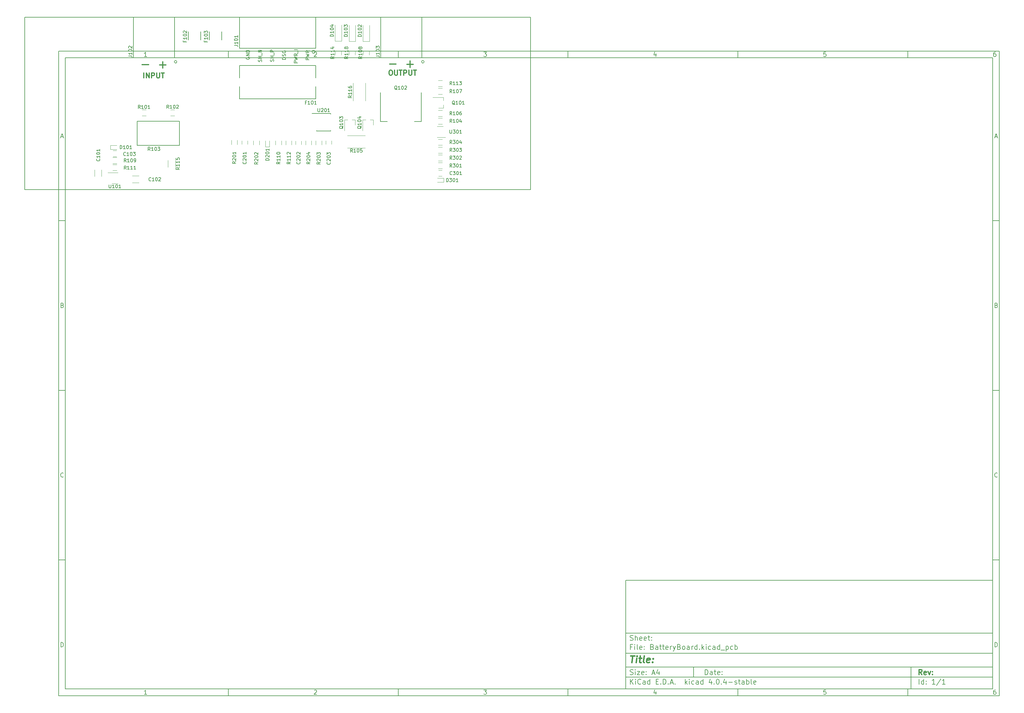
<source format=gbr>
G04 #@! TF.FileFunction,Legend,Top*
%FSLAX46Y46*%
G04 Gerber Fmt 4.6, Leading zero omitted, Abs format (unit mm)*
G04 Created by KiCad (PCBNEW 4.0.4-stable) date Saturday, July 15, 2017 'PMt' 05:06:53 PM*
%MOMM*%
%LPD*%
G01*
G04 APERTURE LIST*
%ADD10C,0.100000*%
%ADD11C,0.150000*%
%ADD12C,0.300000*%
%ADD13C,0.400000*%
%ADD14C,0.120000*%
G04 APERTURE END LIST*
D10*
D11*
X177002200Y-166007200D02*
X177002200Y-198007200D01*
X285002200Y-198007200D01*
X285002200Y-166007200D01*
X177002200Y-166007200D01*
D10*
D11*
X10000000Y-10000000D02*
X10000000Y-200007200D01*
X287002200Y-200007200D01*
X287002200Y-10000000D01*
X10000000Y-10000000D01*
D10*
D11*
X12000000Y-12000000D02*
X12000000Y-198007200D01*
X285002200Y-198007200D01*
X285002200Y-12000000D01*
X12000000Y-12000000D01*
D10*
D11*
X60000000Y-12000000D02*
X60000000Y-10000000D01*
D10*
D11*
X110000000Y-12000000D02*
X110000000Y-10000000D01*
D10*
D11*
X160000000Y-12000000D02*
X160000000Y-10000000D01*
D10*
D11*
X210000000Y-12000000D02*
X210000000Y-10000000D01*
D10*
D11*
X260000000Y-12000000D02*
X260000000Y-10000000D01*
D10*
D11*
X35990476Y-11588095D02*
X35247619Y-11588095D01*
X35619048Y-11588095D02*
X35619048Y-10288095D01*
X35495238Y-10473810D01*
X35371429Y-10597619D01*
X35247619Y-10659524D01*
D10*
D11*
X85247619Y-10411905D02*
X85309524Y-10350000D01*
X85433333Y-10288095D01*
X85742857Y-10288095D01*
X85866667Y-10350000D01*
X85928571Y-10411905D01*
X85990476Y-10535714D01*
X85990476Y-10659524D01*
X85928571Y-10845238D01*
X85185714Y-11588095D01*
X85990476Y-11588095D01*
D10*
D11*
X135185714Y-10288095D02*
X135990476Y-10288095D01*
X135557143Y-10783333D01*
X135742857Y-10783333D01*
X135866667Y-10845238D01*
X135928571Y-10907143D01*
X135990476Y-11030952D01*
X135990476Y-11340476D01*
X135928571Y-11464286D01*
X135866667Y-11526190D01*
X135742857Y-11588095D01*
X135371429Y-11588095D01*
X135247619Y-11526190D01*
X135185714Y-11464286D01*
D10*
D11*
X185866667Y-10721429D02*
X185866667Y-11588095D01*
X185557143Y-10226190D02*
X185247619Y-11154762D01*
X186052381Y-11154762D01*
D10*
D11*
X235928571Y-10288095D02*
X235309524Y-10288095D01*
X235247619Y-10907143D01*
X235309524Y-10845238D01*
X235433333Y-10783333D01*
X235742857Y-10783333D01*
X235866667Y-10845238D01*
X235928571Y-10907143D01*
X235990476Y-11030952D01*
X235990476Y-11340476D01*
X235928571Y-11464286D01*
X235866667Y-11526190D01*
X235742857Y-11588095D01*
X235433333Y-11588095D01*
X235309524Y-11526190D01*
X235247619Y-11464286D01*
D10*
D11*
X285866667Y-10288095D02*
X285619048Y-10288095D01*
X285495238Y-10350000D01*
X285433333Y-10411905D01*
X285309524Y-10597619D01*
X285247619Y-10845238D01*
X285247619Y-11340476D01*
X285309524Y-11464286D01*
X285371429Y-11526190D01*
X285495238Y-11588095D01*
X285742857Y-11588095D01*
X285866667Y-11526190D01*
X285928571Y-11464286D01*
X285990476Y-11340476D01*
X285990476Y-11030952D01*
X285928571Y-10907143D01*
X285866667Y-10845238D01*
X285742857Y-10783333D01*
X285495238Y-10783333D01*
X285371429Y-10845238D01*
X285309524Y-10907143D01*
X285247619Y-11030952D01*
D10*
D11*
X60000000Y-198007200D02*
X60000000Y-200007200D01*
D10*
D11*
X110000000Y-198007200D02*
X110000000Y-200007200D01*
D10*
D11*
X160000000Y-198007200D02*
X160000000Y-200007200D01*
D10*
D11*
X210000000Y-198007200D02*
X210000000Y-200007200D01*
D10*
D11*
X260000000Y-198007200D02*
X260000000Y-200007200D01*
D10*
D11*
X35990476Y-199595295D02*
X35247619Y-199595295D01*
X35619048Y-199595295D02*
X35619048Y-198295295D01*
X35495238Y-198481010D01*
X35371429Y-198604819D01*
X35247619Y-198666724D01*
D10*
D11*
X85247619Y-198419105D02*
X85309524Y-198357200D01*
X85433333Y-198295295D01*
X85742857Y-198295295D01*
X85866667Y-198357200D01*
X85928571Y-198419105D01*
X85990476Y-198542914D01*
X85990476Y-198666724D01*
X85928571Y-198852438D01*
X85185714Y-199595295D01*
X85990476Y-199595295D01*
D10*
D11*
X135185714Y-198295295D02*
X135990476Y-198295295D01*
X135557143Y-198790533D01*
X135742857Y-198790533D01*
X135866667Y-198852438D01*
X135928571Y-198914343D01*
X135990476Y-199038152D01*
X135990476Y-199347676D01*
X135928571Y-199471486D01*
X135866667Y-199533390D01*
X135742857Y-199595295D01*
X135371429Y-199595295D01*
X135247619Y-199533390D01*
X135185714Y-199471486D01*
D10*
D11*
X185866667Y-198728629D02*
X185866667Y-199595295D01*
X185557143Y-198233390D02*
X185247619Y-199161962D01*
X186052381Y-199161962D01*
D10*
D11*
X235928571Y-198295295D02*
X235309524Y-198295295D01*
X235247619Y-198914343D01*
X235309524Y-198852438D01*
X235433333Y-198790533D01*
X235742857Y-198790533D01*
X235866667Y-198852438D01*
X235928571Y-198914343D01*
X235990476Y-199038152D01*
X235990476Y-199347676D01*
X235928571Y-199471486D01*
X235866667Y-199533390D01*
X235742857Y-199595295D01*
X235433333Y-199595295D01*
X235309524Y-199533390D01*
X235247619Y-199471486D01*
D10*
D11*
X285866667Y-198295295D02*
X285619048Y-198295295D01*
X285495238Y-198357200D01*
X285433333Y-198419105D01*
X285309524Y-198604819D01*
X285247619Y-198852438D01*
X285247619Y-199347676D01*
X285309524Y-199471486D01*
X285371429Y-199533390D01*
X285495238Y-199595295D01*
X285742857Y-199595295D01*
X285866667Y-199533390D01*
X285928571Y-199471486D01*
X285990476Y-199347676D01*
X285990476Y-199038152D01*
X285928571Y-198914343D01*
X285866667Y-198852438D01*
X285742857Y-198790533D01*
X285495238Y-198790533D01*
X285371429Y-198852438D01*
X285309524Y-198914343D01*
X285247619Y-199038152D01*
D10*
D11*
X10000000Y-60000000D02*
X12000000Y-60000000D01*
D10*
D11*
X10000000Y-110000000D02*
X12000000Y-110000000D01*
D10*
D11*
X10000000Y-160000000D02*
X12000000Y-160000000D01*
D10*
D11*
X10690476Y-35216667D02*
X11309524Y-35216667D01*
X10566667Y-35588095D02*
X11000000Y-34288095D01*
X11433333Y-35588095D01*
D10*
D11*
X11092857Y-84907143D02*
X11278571Y-84969048D01*
X11340476Y-85030952D01*
X11402381Y-85154762D01*
X11402381Y-85340476D01*
X11340476Y-85464286D01*
X11278571Y-85526190D01*
X11154762Y-85588095D01*
X10659524Y-85588095D01*
X10659524Y-84288095D01*
X11092857Y-84288095D01*
X11216667Y-84350000D01*
X11278571Y-84411905D01*
X11340476Y-84535714D01*
X11340476Y-84659524D01*
X11278571Y-84783333D01*
X11216667Y-84845238D01*
X11092857Y-84907143D01*
X10659524Y-84907143D01*
D10*
D11*
X11402381Y-135464286D02*
X11340476Y-135526190D01*
X11154762Y-135588095D01*
X11030952Y-135588095D01*
X10845238Y-135526190D01*
X10721429Y-135402381D01*
X10659524Y-135278571D01*
X10597619Y-135030952D01*
X10597619Y-134845238D01*
X10659524Y-134597619D01*
X10721429Y-134473810D01*
X10845238Y-134350000D01*
X11030952Y-134288095D01*
X11154762Y-134288095D01*
X11340476Y-134350000D01*
X11402381Y-134411905D01*
D10*
D11*
X10659524Y-185588095D02*
X10659524Y-184288095D01*
X10969048Y-184288095D01*
X11154762Y-184350000D01*
X11278571Y-184473810D01*
X11340476Y-184597619D01*
X11402381Y-184845238D01*
X11402381Y-185030952D01*
X11340476Y-185278571D01*
X11278571Y-185402381D01*
X11154762Y-185526190D01*
X10969048Y-185588095D01*
X10659524Y-185588095D01*
D10*
D11*
X287002200Y-60000000D02*
X285002200Y-60000000D01*
D10*
D11*
X287002200Y-110000000D02*
X285002200Y-110000000D01*
D10*
D11*
X287002200Y-160000000D02*
X285002200Y-160000000D01*
D10*
D11*
X285692676Y-35216667D02*
X286311724Y-35216667D01*
X285568867Y-35588095D02*
X286002200Y-34288095D01*
X286435533Y-35588095D01*
D10*
D11*
X286095057Y-84907143D02*
X286280771Y-84969048D01*
X286342676Y-85030952D01*
X286404581Y-85154762D01*
X286404581Y-85340476D01*
X286342676Y-85464286D01*
X286280771Y-85526190D01*
X286156962Y-85588095D01*
X285661724Y-85588095D01*
X285661724Y-84288095D01*
X286095057Y-84288095D01*
X286218867Y-84350000D01*
X286280771Y-84411905D01*
X286342676Y-84535714D01*
X286342676Y-84659524D01*
X286280771Y-84783333D01*
X286218867Y-84845238D01*
X286095057Y-84907143D01*
X285661724Y-84907143D01*
D10*
D11*
X286404581Y-135464286D02*
X286342676Y-135526190D01*
X286156962Y-135588095D01*
X286033152Y-135588095D01*
X285847438Y-135526190D01*
X285723629Y-135402381D01*
X285661724Y-135278571D01*
X285599819Y-135030952D01*
X285599819Y-134845238D01*
X285661724Y-134597619D01*
X285723629Y-134473810D01*
X285847438Y-134350000D01*
X286033152Y-134288095D01*
X286156962Y-134288095D01*
X286342676Y-134350000D01*
X286404581Y-134411905D01*
D10*
D11*
X285661724Y-185588095D02*
X285661724Y-184288095D01*
X285971248Y-184288095D01*
X286156962Y-184350000D01*
X286280771Y-184473810D01*
X286342676Y-184597619D01*
X286404581Y-184845238D01*
X286404581Y-185030952D01*
X286342676Y-185278571D01*
X286280771Y-185402381D01*
X286156962Y-185526190D01*
X285971248Y-185588095D01*
X285661724Y-185588095D01*
D10*
D11*
X200359343Y-193785771D02*
X200359343Y-192285771D01*
X200716486Y-192285771D01*
X200930771Y-192357200D01*
X201073629Y-192500057D01*
X201145057Y-192642914D01*
X201216486Y-192928629D01*
X201216486Y-193142914D01*
X201145057Y-193428629D01*
X201073629Y-193571486D01*
X200930771Y-193714343D01*
X200716486Y-193785771D01*
X200359343Y-193785771D01*
X202502200Y-193785771D02*
X202502200Y-193000057D01*
X202430771Y-192857200D01*
X202287914Y-192785771D01*
X202002200Y-192785771D01*
X201859343Y-192857200D01*
X202502200Y-193714343D02*
X202359343Y-193785771D01*
X202002200Y-193785771D01*
X201859343Y-193714343D01*
X201787914Y-193571486D01*
X201787914Y-193428629D01*
X201859343Y-193285771D01*
X202002200Y-193214343D01*
X202359343Y-193214343D01*
X202502200Y-193142914D01*
X203002200Y-192785771D02*
X203573629Y-192785771D01*
X203216486Y-192285771D02*
X203216486Y-193571486D01*
X203287914Y-193714343D01*
X203430772Y-193785771D01*
X203573629Y-193785771D01*
X204645057Y-193714343D02*
X204502200Y-193785771D01*
X204216486Y-193785771D01*
X204073629Y-193714343D01*
X204002200Y-193571486D01*
X204002200Y-193000057D01*
X204073629Y-192857200D01*
X204216486Y-192785771D01*
X204502200Y-192785771D01*
X204645057Y-192857200D01*
X204716486Y-193000057D01*
X204716486Y-193142914D01*
X204002200Y-193285771D01*
X205359343Y-193642914D02*
X205430771Y-193714343D01*
X205359343Y-193785771D01*
X205287914Y-193714343D01*
X205359343Y-193642914D01*
X205359343Y-193785771D01*
X205359343Y-192857200D02*
X205430771Y-192928629D01*
X205359343Y-193000057D01*
X205287914Y-192928629D01*
X205359343Y-192857200D01*
X205359343Y-193000057D01*
D10*
D11*
X177002200Y-194507200D02*
X285002200Y-194507200D01*
D10*
D11*
X178359343Y-196585771D02*
X178359343Y-195085771D01*
X179216486Y-196585771D02*
X178573629Y-195728629D01*
X179216486Y-195085771D02*
X178359343Y-195942914D01*
X179859343Y-196585771D02*
X179859343Y-195585771D01*
X179859343Y-195085771D02*
X179787914Y-195157200D01*
X179859343Y-195228629D01*
X179930771Y-195157200D01*
X179859343Y-195085771D01*
X179859343Y-195228629D01*
X181430772Y-196442914D02*
X181359343Y-196514343D01*
X181145057Y-196585771D01*
X181002200Y-196585771D01*
X180787915Y-196514343D01*
X180645057Y-196371486D01*
X180573629Y-196228629D01*
X180502200Y-195942914D01*
X180502200Y-195728629D01*
X180573629Y-195442914D01*
X180645057Y-195300057D01*
X180787915Y-195157200D01*
X181002200Y-195085771D01*
X181145057Y-195085771D01*
X181359343Y-195157200D01*
X181430772Y-195228629D01*
X182716486Y-196585771D02*
X182716486Y-195800057D01*
X182645057Y-195657200D01*
X182502200Y-195585771D01*
X182216486Y-195585771D01*
X182073629Y-195657200D01*
X182716486Y-196514343D02*
X182573629Y-196585771D01*
X182216486Y-196585771D01*
X182073629Y-196514343D01*
X182002200Y-196371486D01*
X182002200Y-196228629D01*
X182073629Y-196085771D01*
X182216486Y-196014343D01*
X182573629Y-196014343D01*
X182716486Y-195942914D01*
X184073629Y-196585771D02*
X184073629Y-195085771D01*
X184073629Y-196514343D02*
X183930772Y-196585771D01*
X183645058Y-196585771D01*
X183502200Y-196514343D01*
X183430772Y-196442914D01*
X183359343Y-196300057D01*
X183359343Y-195871486D01*
X183430772Y-195728629D01*
X183502200Y-195657200D01*
X183645058Y-195585771D01*
X183930772Y-195585771D01*
X184073629Y-195657200D01*
X185930772Y-195800057D02*
X186430772Y-195800057D01*
X186645058Y-196585771D02*
X185930772Y-196585771D01*
X185930772Y-195085771D01*
X186645058Y-195085771D01*
X187287915Y-196442914D02*
X187359343Y-196514343D01*
X187287915Y-196585771D01*
X187216486Y-196514343D01*
X187287915Y-196442914D01*
X187287915Y-196585771D01*
X188002201Y-196585771D02*
X188002201Y-195085771D01*
X188359344Y-195085771D01*
X188573629Y-195157200D01*
X188716487Y-195300057D01*
X188787915Y-195442914D01*
X188859344Y-195728629D01*
X188859344Y-195942914D01*
X188787915Y-196228629D01*
X188716487Y-196371486D01*
X188573629Y-196514343D01*
X188359344Y-196585771D01*
X188002201Y-196585771D01*
X189502201Y-196442914D02*
X189573629Y-196514343D01*
X189502201Y-196585771D01*
X189430772Y-196514343D01*
X189502201Y-196442914D01*
X189502201Y-196585771D01*
X190145058Y-196157200D02*
X190859344Y-196157200D01*
X190002201Y-196585771D02*
X190502201Y-195085771D01*
X191002201Y-196585771D01*
X191502201Y-196442914D02*
X191573629Y-196514343D01*
X191502201Y-196585771D01*
X191430772Y-196514343D01*
X191502201Y-196442914D01*
X191502201Y-196585771D01*
X194502201Y-196585771D02*
X194502201Y-195085771D01*
X194645058Y-196014343D02*
X195073629Y-196585771D01*
X195073629Y-195585771D02*
X194502201Y-196157200D01*
X195716487Y-196585771D02*
X195716487Y-195585771D01*
X195716487Y-195085771D02*
X195645058Y-195157200D01*
X195716487Y-195228629D01*
X195787915Y-195157200D01*
X195716487Y-195085771D01*
X195716487Y-195228629D01*
X197073630Y-196514343D02*
X196930773Y-196585771D01*
X196645059Y-196585771D01*
X196502201Y-196514343D01*
X196430773Y-196442914D01*
X196359344Y-196300057D01*
X196359344Y-195871486D01*
X196430773Y-195728629D01*
X196502201Y-195657200D01*
X196645059Y-195585771D01*
X196930773Y-195585771D01*
X197073630Y-195657200D01*
X198359344Y-196585771D02*
X198359344Y-195800057D01*
X198287915Y-195657200D01*
X198145058Y-195585771D01*
X197859344Y-195585771D01*
X197716487Y-195657200D01*
X198359344Y-196514343D02*
X198216487Y-196585771D01*
X197859344Y-196585771D01*
X197716487Y-196514343D01*
X197645058Y-196371486D01*
X197645058Y-196228629D01*
X197716487Y-196085771D01*
X197859344Y-196014343D01*
X198216487Y-196014343D01*
X198359344Y-195942914D01*
X199716487Y-196585771D02*
X199716487Y-195085771D01*
X199716487Y-196514343D02*
X199573630Y-196585771D01*
X199287916Y-196585771D01*
X199145058Y-196514343D01*
X199073630Y-196442914D01*
X199002201Y-196300057D01*
X199002201Y-195871486D01*
X199073630Y-195728629D01*
X199145058Y-195657200D01*
X199287916Y-195585771D01*
X199573630Y-195585771D01*
X199716487Y-195657200D01*
X202216487Y-195585771D02*
X202216487Y-196585771D01*
X201859344Y-195014343D02*
X201502201Y-196085771D01*
X202430773Y-196085771D01*
X203002201Y-196442914D02*
X203073629Y-196514343D01*
X203002201Y-196585771D01*
X202930772Y-196514343D01*
X203002201Y-196442914D01*
X203002201Y-196585771D01*
X204002201Y-195085771D02*
X204145058Y-195085771D01*
X204287915Y-195157200D01*
X204359344Y-195228629D01*
X204430773Y-195371486D01*
X204502201Y-195657200D01*
X204502201Y-196014343D01*
X204430773Y-196300057D01*
X204359344Y-196442914D01*
X204287915Y-196514343D01*
X204145058Y-196585771D01*
X204002201Y-196585771D01*
X203859344Y-196514343D01*
X203787915Y-196442914D01*
X203716487Y-196300057D01*
X203645058Y-196014343D01*
X203645058Y-195657200D01*
X203716487Y-195371486D01*
X203787915Y-195228629D01*
X203859344Y-195157200D01*
X204002201Y-195085771D01*
X205145058Y-196442914D02*
X205216486Y-196514343D01*
X205145058Y-196585771D01*
X205073629Y-196514343D01*
X205145058Y-196442914D01*
X205145058Y-196585771D01*
X206502201Y-195585771D02*
X206502201Y-196585771D01*
X206145058Y-195014343D02*
X205787915Y-196085771D01*
X206716487Y-196085771D01*
X207287915Y-196014343D02*
X208430772Y-196014343D01*
X209073629Y-196514343D02*
X209216486Y-196585771D01*
X209502201Y-196585771D01*
X209645058Y-196514343D01*
X209716486Y-196371486D01*
X209716486Y-196300057D01*
X209645058Y-196157200D01*
X209502201Y-196085771D01*
X209287915Y-196085771D01*
X209145058Y-196014343D01*
X209073629Y-195871486D01*
X209073629Y-195800057D01*
X209145058Y-195657200D01*
X209287915Y-195585771D01*
X209502201Y-195585771D01*
X209645058Y-195657200D01*
X210145058Y-195585771D02*
X210716487Y-195585771D01*
X210359344Y-195085771D02*
X210359344Y-196371486D01*
X210430772Y-196514343D01*
X210573630Y-196585771D01*
X210716487Y-196585771D01*
X211859344Y-196585771D02*
X211859344Y-195800057D01*
X211787915Y-195657200D01*
X211645058Y-195585771D01*
X211359344Y-195585771D01*
X211216487Y-195657200D01*
X211859344Y-196514343D02*
X211716487Y-196585771D01*
X211359344Y-196585771D01*
X211216487Y-196514343D01*
X211145058Y-196371486D01*
X211145058Y-196228629D01*
X211216487Y-196085771D01*
X211359344Y-196014343D01*
X211716487Y-196014343D01*
X211859344Y-195942914D01*
X212573630Y-196585771D02*
X212573630Y-195085771D01*
X212573630Y-195657200D02*
X212716487Y-195585771D01*
X213002201Y-195585771D01*
X213145058Y-195657200D01*
X213216487Y-195728629D01*
X213287916Y-195871486D01*
X213287916Y-196300057D01*
X213216487Y-196442914D01*
X213145058Y-196514343D01*
X213002201Y-196585771D01*
X212716487Y-196585771D01*
X212573630Y-196514343D01*
X214145059Y-196585771D02*
X214002201Y-196514343D01*
X213930773Y-196371486D01*
X213930773Y-195085771D01*
X215287915Y-196514343D02*
X215145058Y-196585771D01*
X214859344Y-196585771D01*
X214716487Y-196514343D01*
X214645058Y-196371486D01*
X214645058Y-195800057D01*
X214716487Y-195657200D01*
X214859344Y-195585771D01*
X215145058Y-195585771D01*
X215287915Y-195657200D01*
X215359344Y-195800057D01*
X215359344Y-195942914D01*
X214645058Y-196085771D01*
D10*
D11*
X177002200Y-191507200D02*
X285002200Y-191507200D01*
D10*
D12*
X264216486Y-193785771D02*
X263716486Y-193071486D01*
X263359343Y-193785771D02*
X263359343Y-192285771D01*
X263930771Y-192285771D01*
X264073629Y-192357200D01*
X264145057Y-192428629D01*
X264216486Y-192571486D01*
X264216486Y-192785771D01*
X264145057Y-192928629D01*
X264073629Y-193000057D01*
X263930771Y-193071486D01*
X263359343Y-193071486D01*
X265430771Y-193714343D02*
X265287914Y-193785771D01*
X265002200Y-193785771D01*
X264859343Y-193714343D01*
X264787914Y-193571486D01*
X264787914Y-193000057D01*
X264859343Y-192857200D01*
X265002200Y-192785771D01*
X265287914Y-192785771D01*
X265430771Y-192857200D01*
X265502200Y-193000057D01*
X265502200Y-193142914D01*
X264787914Y-193285771D01*
X266002200Y-192785771D02*
X266359343Y-193785771D01*
X266716485Y-192785771D01*
X267287914Y-193642914D02*
X267359342Y-193714343D01*
X267287914Y-193785771D01*
X267216485Y-193714343D01*
X267287914Y-193642914D01*
X267287914Y-193785771D01*
X267287914Y-192857200D02*
X267359342Y-192928629D01*
X267287914Y-193000057D01*
X267216485Y-192928629D01*
X267287914Y-192857200D01*
X267287914Y-193000057D01*
D10*
D11*
X178287914Y-193714343D02*
X178502200Y-193785771D01*
X178859343Y-193785771D01*
X179002200Y-193714343D01*
X179073629Y-193642914D01*
X179145057Y-193500057D01*
X179145057Y-193357200D01*
X179073629Y-193214343D01*
X179002200Y-193142914D01*
X178859343Y-193071486D01*
X178573629Y-193000057D01*
X178430771Y-192928629D01*
X178359343Y-192857200D01*
X178287914Y-192714343D01*
X178287914Y-192571486D01*
X178359343Y-192428629D01*
X178430771Y-192357200D01*
X178573629Y-192285771D01*
X178930771Y-192285771D01*
X179145057Y-192357200D01*
X179787914Y-193785771D02*
X179787914Y-192785771D01*
X179787914Y-192285771D02*
X179716485Y-192357200D01*
X179787914Y-192428629D01*
X179859342Y-192357200D01*
X179787914Y-192285771D01*
X179787914Y-192428629D01*
X180359343Y-192785771D02*
X181145057Y-192785771D01*
X180359343Y-193785771D01*
X181145057Y-193785771D01*
X182287914Y-193714343D02*
X182145057Y-193785771D01*
X181859343Y-193785771D01*
X181716486Y-193714343D01*
X181645057Y-193571486D01*
X181645057Y-193000057D01*
X181716486Y-192857200D01*
X181859343Y-192785771D01*
X182145057Y-192785771D01*
X182287914Y-192857200D01*
X182359343Y-193000057D01*
X182359343Y-193142914D01*
X181645057Y-193285771D01*
X183002200Y-193642914D02*
X183073628Y-193714343D01*
X183002200Y-193785771D01*
X182930771Y-193714343D01*
X183002200Y-193642914D01*
X183002200Y-193785771D01*
X183002200Y-192857200D02*
X183073628Y-192928629D01*
X183002200Y-193000057D01*
X182930771Y-192928629D01*
X183002200Y-192857200D01*
X183002200Y-193000057D01*
X184787914Y-193357200D02*
X185502200Y-193357200D01*
X184645057Y-193785771D02*
X185145057Y-192285771D01*
X185645057Y-193785771D01*
X186787914Y-192785771D02*
X186787914Y-193785771D01*
X186430771Y-192214343D02*
X186073628Y-193285771D01*
X187002200Y-193285771D01*
D10*
D11*
X263359343Y-196585771D02*
X263359343Y-195085771D01*
X264716486Y-196585771D02*
X264716486Y-195085771D01*
X264716486Y-196514343D02*
X264573629Y-196585771D01*
X264287915Y-196585771D01*
X264145057Y-196514343D01*
X264073629Y-196442914D01*
X264002200Y-196300057D01*
X264002200Y-195871486D01*
X264073629Y-195728629D01*
X264145057Y-195657200D01*
X264287915Y-195585771D01*
X264573629Y-195585771D01*
X264716486Y-195657200D01*
X265430772Y-196442914D02*
X265502200Y-196514343D01*
X265430772Y-196585771D01*
X265359343Y-196514343D01*
X265430772Y-196442914D01*
X265430772Y-196585771D01*
X265430772Y-195657200D02*
X265502200Y-195728629D01*
X265430772Y-195800057D01*
X265359343Y-195728629D01*
X265430772Y-195657200D01*
X265430772Y-195800057D01*
X268073629Y-196585771D02*
X267216486Y-196585771D01*
X267645058Y-196585771D02*
X267645058Y-195085771D01*
X267502201Y-195300057D01*
X267359343Y-195442914D01*
X267216486Y-195514343D01*
X269787914Y-195014343D02*
X268502200Y-196942914D01*
X271073629Y-196585771D02*
X270216486Y-196585771D01*
X270645058Y-196585771D02*
X270645058Y-195085771D01*
X270502201Y-195300057D01*
X270359343Y-195442914D01*
X270216486Y-195514343D01*
D10*
D11*
X177002200Y-187507200D02*
X285002200Y-187507200D01*
D10*
D13*
X178454581Y-188211962D02*
X179597438Y-188211962D01*
X178776010Y-190211962D02*
X179026010Y-188211962D01*
X180014105Y-190211962D02*
X180180771Y-188878629D01*
X180264105Y-188211962D02*
X180156962Y-188307200D01*
X180240295Y-188402438D01*
X180347439Y-188307200D01*
X180264105Y-188211962D01*
X180240295Y-188402438D01*
X180847438Y-188878629D02*
X181609343Y-188878629D01*
X181216486Y-188211962D02*
X181002200Y-189926248D01*
X181073630Y-190116724D01*
X181252201Y-190211962D01*
X181442677Y-190211962D01*
X182395058Y-190211962D02*
X182216487Y-190116724D01*
X182145057Y-189926248D01*
X182359343Y-188211962D01*
X183930772Y-190116724D02*
X183728391Y-190211962D01*
X183347439Y-190211962D01*
X183168867Y-190116724D01*
X183097438Y-189926248D01*
X183192676Y-189164343D01*
X183311724Y-188973867D01*
X183514105Y-188878629D01*
X183895057Y-188878629D01*
X184073629Y-188973867D01*
X184145057Y-189164343D01*
X184121248Y-189354819D01*
X183145057Y-189545295D01*
X184895057Y-190021486D02*
X184978392Y-190116724D01*
X184871248Y-190211962D01*
X184787915Y-190116724D01*
X184895057Y-190021486D01*
X184871248Y-190211962D01*
X185026010Y-188973867D02*
X185109344Y-189069105D01*
X185002200Y-189164343D01*
X184918867Y-189069105D01*
X185026010Y-188973867D01*
X185002200Y-189164343D01*
D10*
D11*
X178859343Y-185600057D02*
X178359343Y-185600057D01*
X178359343Y-186385771D02*
X178359343Y-184885771D01*
X179073629Y-184885771D01*
X179645057Y-186385771D02*
X179645057Y-185385771D01*
X179645057Y-184885771D02*
X179573628Y-184957200D01*
X179645057Y-185028629D01*
X179716485Y-184957200D01*
X179645057Y-184885771D01*
X179645057Y-185028629D01*
X180573629Y-186385771D02*
X180430771Y-186314343D01*
X180359343Y-186171486D01*
X180359343Y-184885771D01*
X181716485Y-186314343D02*
X181573628Y-186385771D01*
X181287914Y-186385771D01*
X181145057Y-186314343D01*
X181073628Y-186171486D01*
X181073628Y-185600057D01*
X181145057Y-185457200D01*
X181287914Y-185385771D01*
X181573628Y-185385771D01*
X181716485Y-185457200D01*
X181787914Y-185600057D01*
X181787914Y-185742914D01*
X181073628Y-185885771D01*
X182430771Y-186242914D02*
X182502199Y-186314343D01*
X182430771Y-186385771D01*
X182359342Y-186314343D01*
X182430771Y-186242914D01*
X182430771Y-186385771D01*
X182430771Y-185457200D02*
X182502199Y-185528629D01*
X182430771Y-185600057D01*
X182359342Y-185528629D01*
X182430771Y-185457200D01*
X182430771Y-185600057D01*
X184787914Y-185600057D02*
X185002200Y-185671486D01*
X185073628Y-185742914D01*
X185145057Y-185885771D01*
X185145057Y-186100057D01*
X185073628Y-186242914D01*
X185002200Y-186314343D01*
X184859342Y-186385771D01*
X184287914Y-186385771D01*
X184287914Y-184885771D01*
X184787914Y-184885771D01*
X184930771Y-184957200D01*
X185002200Y-185028629D01*
X185073628Y-185171486D01*
X185073628Y-185314343D01*
X185002200Y-185457200D01*
X184930771Y-185528629D01*
X184787914Y-185600057D01*
X184287914Y-185600057D01*
X186430771Y-186385771D02*
X186430771Y-185600057D01*
X186359342Y-185457200D01*
X186216485Y-185385771D01*
X185930771Y-185385771D01*
X185787914Y-185457200D01*
X186430771Y-186314343D02*
X186287914Y-186385771D01*
X185930771Y-186385771D01*
X185787914Y-186314343D01*
X185716485Y-186171486D01*
X185716485Y-186028629D01*
X185787914Y-185885771D01*
X185930771Y-185814343D01*
X186287914Y-185814343D01*
X186430771Y-185742914D01*
X186930771Y-185385771D02*
X187502200Y-185385771D01*
X187145057Y-184885771D02*
X187145057Y-186171486D01*
X187216485Y-186314343D01*
X187359343Y-186385771D01*
X187502200Y-186385771D01*
X187787914Y-185385771D02*
X188359343Y-185385771D01*
X188002200Y-184885771D02*
X188002200Y-186171486D01*
X188073628Y-186314343D01*
X188216486Y-186385771D01*
X188359343Y-186385771D01*
X189430771Y-186314343D02*
X189287914Y-186385771D01*
X189002200Y-186385771D01*
X188859343Y-186314343D01*
X188787914Y-186171486D01*
X188787914Y-185600057D01*
X188859343Y-185457200D01*
X189002200Y-185385771D01*
X189287914Y-185385771D01*
X189430771Y-185457200D01*
X189502200Y-185600057D01*
X189502200Y-185742914D01*
X188787914Y-185885771D01*
X190145057Y-186385771D02*
X190145057Y-185385771D01*
X190145057Y-185671486D02*
X190216485Y-185528629D01*
X190287914Y-185457200D01*
X190430771Y-185385771D01*
X190573628Y-185385771D01*
X190930771Y-185385771D02*
X191287914Y-186385771D01*
X191645056Y-185385771D02*
X191287914Y-186385771D01*
X191145056Y-186742914D01*
X191073628Y-186814343D01*
X190930771Y-186885771D01*
X192716485Y-185600057D02*
X192930771Y-185671486D01*
X193002199Y-185742914D01*
X193073628Y-185885771D01*
X193073628Y-186100057D01*
X193002199Y-186242914D01*
X192930771Y-186314343D01*
X192787913Y-186385771D01*
X192216485Y-186385771D01*
X192216485Y-184885771D01*
X192716485Y-184885771D01*
X192859342Y-184957200D01*
X192930771Y-185028629D01*
X193002199Y-185171486D01*
X193002199Y-185314343D01*
X192930771Y-185457200D01*
X192859342Y-185528629D01*
X192716485Y-185600057D01*
X192216485Y-185600057D01*
X193930771Y-186385771D02*
X193787913Y-186314343D01*
X193716485Y-186242914D01*
X193645056Y-186100057D01*
X193645056Y-185671486D01*
X193716485Y-185528629D01*
X193787913Y-185457200D01*
X193930771Y-185385771D01*
X194145056Y-185385771D01*
X194287913Y-185457200D01*
X194359342Y-185528629D01*
X194430771Y-185671486D01*
X194430771Y-186100057D01*
X194359342Y-186242914D01*
X194287913Y-186314343D01*
X194145056Y-186385771D01*
X193930771Y-186385771D01*
X195716485Y-186385771D02*
X195716485Y-185600057D01*
X195645056Y-185457200D01*
X195502199Y-185385771D01*
X195216485Y-185385771D01*
X195073628Y-185457200D01*
X195716485Y-186314343D02*
X195573628Y-186385771D01*
X195216485Y-186385771D01*
X195073628Y-186314343D01*
X195002199Y-186171486D01*
X195002199Y-186028629D01*
X195073628Y-185885771D01*
X195216485Y-185814343D01*
X195573628Y-185814343D01*
X195716485Y-185742914D01*
X196430771Y-186385771D02*
X196430771Y-185385771D01*
X196430771Y-185671486D02*
X196502199Y-185528629D01*
X196573628Y-185457200D01*
X196716485Y-185385771D01*
X196859342Y-185385771D01*
X198002199Y-186385771D02*
X198002199Y-184885771D01*
X198002199Y-186314343D02*
X197859342Y-186385771D01*
X197573628Y-186385771D01*
X197430770Y-186314343D01*
X197359342Y-186242914D01*
X197287913Y-186100057D01*
X197287913Y-185671486D01*
X197359342Y-185528629D01*
X197430770Y-185457200D01*
X197573628Y-185385771D01*
X197859342Y-185385771D01*
X198002199Y-185457200D01*
X198716485Y-186242914D02*
X198787913Y-186314343D01*
X198716485Y-186385771D01*
X198645056Y-186314343D01*
X198716485Y-186242914D01*
X198716485Y-186385771D01*
X199430771Y-186385771D02*
X199430771Y-184885771D01*
X199573628Y-185814343D02*
X200002199Y-186385771D01*
X200002199Y-185385771D02*
X199430771Y-185957200D01*
X200645057Y-186385771D02*
X200645057Y-185385771D01*
X200645057Y-184885771D02*
X200573628Y-184957200D01*
X200645057Y-185028629D01*
X200716485Y-184957200D01*
X200645057Y-184885771D01*
X200645057Y-185028629D01*
X202002200Y-186314343D02*
X201859343Y-186385771D01*
X201573629Y-186385771D01*
X201430771Y-186314343D01*
X201359343Y-186242914D01*
X201287914Y-186100057D01*
X201287914Y-185671486D01*
X201359343Y-185528629D01*
X201430771Y-185457200D01*
X201573629Y-185385771D01*
X201859343Y-185385771D01*
X202002200Y-185457200D01*
X203287914Y-186385771D02*
X203287914Y-185600057D01*
X203216485Y-185457200D01*
X203073628Y-185385771D01*
X202787914Y-185385771D01*
X202645057Y-185457200D01*
X203287914Y-186314343D02*
X203145057Y-186385771D01*
X202787914Y-186385771D01*
X202645057Y-186314343D01*
X202573628Y-186171486D01*
X202573628Y-186028629D01*
X202645057Y-185885771D01*
X202787914Y-185814343D01*
X203145057Y-185814343D01*
X203287914Y-185742914D01*
X204645057Y-186385771D02*
X204645057Y-184885771D01*
X204645057Y-186314343D02*
X204502200Y-186385771D01*
X204216486Y-186385771D01*
X204073628Y-186314343D01*
X204002200Y-186242914D01*
X203930771Y-186100057D01*
X203930771Y-185671486D01*
X204002200Y-185528629D01*
X204073628Y-185457200D01*
X204216486Y-185385771D01*
X204502200Y-185385771D01*
X204645057Y-185457200D01*
X205002200Y-186528629D02*
X206145057Y-186528629D01*
X206502200Y-185385771D02*
X206502200Y-186885771D01*
X206502200Y-185457200D02*
X206645057Y-185385771D01*
X206930771Y-185385771D01*
X207073628Y-185457200D01*
X207145057Y-185528629D01*
X207216486Y-185671486D01*
X207216486Y-186100057D01*
X207145057Y-186242914D01*
X207073628Y-186314343D01*
X206930771Y-186385771D01*
X206645057Y-186385771D01*
X206502200Y-186314343D01*
X208502200Y-186314343D02*
X208359343Y-186385771D01*
X208073629Y-186385771D01*
X207930771Y-186314343D01*
X207859343Y-186242914D01*
X207787914Y-186100057D01*
X207787914Y-185671486D01*
X207859343Y-185528629D01*
X207930771Y-185457200D01*
X208073629Y-185385771D01*
X208359343Y-185385771D01*
X208502200Y-185457200D01*
X209145057Y-186385771D02*
X209145057Y-184885771D01*
X209145057Y-185457200D02*
X209287914Y-185385771D01*
X209573628Y-185385771D01*
X209716485Y-185457200D01*
X209787914Y-185528629D01*
X209859343Y-185671486D01*
X209859343Y-186100057D01*
X209787914Y-186242914D01*
X209716485Y-186314343D01*
X209573628Y-186385771D01*
X209287914Y-186385771D01*
X209145057Y-186314343D01*
D10*
D11*
X177002200Y-181507200D02*
X285002200Y-181507200D01*
D10*
D11*
X178287914Y-183614343D02*
X178502200Y-183685771D01*
X178859343Y-183685771D01*
X179002200Y-183614343D01*
X179073629Y-183542914D01*
X179145057Y-183400057D01*
X179145057Y-183257200D01*
X179073629Y-183114343D01*
X179002200Y-183042914D01*
X178859343Y-182971486D01*
X178573629Y-182900057D01*
X178430771Y-182828629D01*
X178359343Y-182757200D01*
X178287914Y-182614343D01*
X178287914Y-182471486D01*
X178359343Y-182328629D01*
X178430771Y-182257200D01*
X178573629Y-182185771D01*
X178930771Y-182185771D01*
X179145057Y-182257200D01*
X179787914Y-183685771D02*
X179787914Y-182185771D01*
X180430771Y-183685771D02*
X180430771Y-182900057D01*
X180359342Y-182757200D01*
X180216485Y-182685771D01*
X180002200Y-182685771D01*
X179859342Y-182757200D01*
X179787914Y-182828629D01*
X181716485Y-183614343D02*
X181573628Y-183685771D01*
X181287914Y-183685771D01*
X181145057Y-183614343D01*
X181073628Y-183471486D01*
X181073628Y-182900057D01*
X181145057Y-182757200D01*
X181287914Y-182685771D01*
X181573628Y-182685771D01*
X181716485Y-182757200D01*
X181787914Y-182900057D01*
X181787914Y-183042914D01*
X181073628Y-183185771D01*
X183002199Y-183614343D02*
X182859342Y-183685771D01*
X182573628Y-183685771D01*
X182430771Y-183614343D01*
X182359342Y-183471486D01*
X182359342Y-182900057D01*
X182430771Y-182757200D01*
X182573628Y-182685771D01*
X182859342Y-182685771D01*
X183002199Y-182757200D01*
X183073628Y-182900057D01*
X183073628Y-183042914D01*
X182359342Y-183185771D01*
X183502199Y-182685771D02*
X184073628Y-182685771D01*
X183716485Y-182185771D02*
X183716485Y-183471486D01*
X183787913Y-183614343D01*
X183930771Y-183685771D01*
X184073628Y-183685771D01*
X184573628Y-183542914D02*
X184645056Y-183614343D01*
X184573628Y-183685771D01*
X184502199Y-183614343D01*
X184573628Y-183542914D01*
X184573628Y-183685771D01*
X184573628Y-182757200D02*
X184645056Y-182828629D01*
X184573628Y-182900057D01*
X184502199Y-182828629D01*
X184573628Y-182757200D01*
X184573628Y-182900057D01*
D10*
D11*
X197002200Y-191507200D02*
X197002200Y-194507200D01*
D10*
D11*
X261002200Y-191507200D02*
X261002200Y-198007200D01*
X83802381Y-12583333D02*
X82802381Y-12583333D01*
X82802381Y-12202380D01*
X82850000Y-12107142D01*
X82897619Y-12059523D01*
X82992857Y-12011904D01*
X83135714Y-12011904D01*
X83230952Y-12059523D01*
X83278571Y-12107142D01*
X83326190Y-12202380D01*
X83326190Y-12583333D01*
X82802381Y-11678571D02*
X83802381Y-11440476D01*
X83088095Y-11249999D01*
X83802381Y-11059523D01*
X82802381Y-10821428D01*
X83802381Y-9869047D02*
X83326190Y-10202381D01*
X83802381Y-10440476D02*
X82802381Y-10440476D01*
X82802381Y-10059523D01*
X82850000Y-9964285D01*
X82897619Y-9916666D01*
X82992857Y-9869047D01*
X83135714Y-9869047D01*
X83230952Y-9916666D01*
X83278571Y-9964285D01*
X83326190Y-10059523D01*
X83326190Y-10440476D01*
X80352381Y-13502381D02*
X79352381Y-13502381D01*
X79352381Y-13121428D01*
X79400000Y-13026190D01*
X79447619Y-12978571D01*
X79542857Y-12930952D01*
X79685714Y-12930952D01*
X79780952Y-12978571D01*
X79828571Y-13026190D01*
X79876190Y-13121428D01*
X79876190Y-13502381D01*
X79352381Y-12597619D02*
X80352381Y-12359524D01*
X79638095Y-12169047D01*
X80352381Y-11978571D01*
X79352381Y-11740476D01*
X80352381Y-10788095D02*
X79876190Y-11121429D01*
X80352381Y-11359524D02*
X79352381Y-11359524D01*
X79352381Y-10978571D01*
X79400000Y-10883333D01*
X79447619Y-10835714D01*
X79542857Y-10788095D01*
X79685714Y-10788095D01*
X79780952Y-10835714D01*
X79828571Y-10883333D01*
X79876190Y-10978571D01*
X79876190Y-11359524D01*
X80447619Y-10597619D02*
X80447619Y-9835714D01*
X80352381Y-9597619D02*
X79352381Y-9597619D01*
X76852381Y-12438095D02*
X75852381Y-12438095D01*
X75852381Y-12200000D01*
X75900000Y-12057142D01*
X75995238Y-11961904D01*
X76090476Y-11914285D01*
X76280952Y-11866666D01*
X76423810Y-11866666D01*
X76614286Y-11914285D01*
X76709524Y-11961904D01*
X76804762Y-12057142D01*
X76852381Y-12200000D01*
X76852381Y-12438095D01*
X76804762Y-11485714D02*
X76852381Y-11342857D01*
X76852381Y-11104761D01*
X76804762Y-11009523D01*
X76757143Y-10961904D01*
X76661905Y-10914285D01*
X76566667Y-10914285D01*
X76471429Y-10961904D01*
X76423810Y-11009523D01*
X76376190Y-11104761D01*
X76328571Y-11295238D01*
X76280952Y-11390476D01*
X76233333Y-11438095D01*
X76138095Y-11485714D01*
X76042857Y-11485714D01*
X75947619Y-11438095D01*
X75900000Y-11390476D01*
X75852381Y-11295238D01*
X75852381Y-11057142D01*
X75900000Y-10914285D01*
X75900000Y-9961904D02*
X75852381Y-10057142D01*
X75852381Y-10199999D01*
X75900000Y-10342857D01*
X75995238Y-10438095D01*
X76090476Y-10485714D01*
X76280952Y-10533333D01*
X76423810Y-10533333D01*
X76614286Y-10485714D01*
X76709524Y-10438095D01*
X76804762Y-10342857D01*
X76852381Y-10199999D01*
X76852381Y-10104761D01*
X76804762Y-9961904D01*
X76757143Y-9914285D01*
X76423810Y-9914285D01*
X76423810Y-10104761D01*
X73304762Y-13040476D02*
X73352381Y-12897619D01*
X73352381Y-12659523D01*
X73304762Y-12564285D01*
X73257143Y-12516666D01*
X73161905Y-12469047D01*
X73066667Y-12469047D01*
X72971429Y-12516666D01*
X72923810Y-12564285D01*
X72876190Y-12659523D01*
X72828571Y-12850000D01*
X72780952Y-12945238D01*
X72733333Y-12992857D01*
X72638095Y-13040476D01*
X72542857Y-13040476D01*
X72447619Y-12992857D01*
X72400000Y-12945238D01*
X72352381Y-12850000D01*
X72352381Y-12611904D01*
X72400000Y-12469047D01*
X73352381Y-12040476D02*
X72352381Y-12040476D01*
X72828571Y-12040476D02*
X72828571Y-11469047D01*
X73352381Y-11469047D02*
X72352381Y-11469047D01*
X73447619Y-11230952D02*
X73447619Y-10469047D01*
X73352381Y-10230952D02*
X72352381Y-10230952D01*
X72352381Y-9849999D01*
X72400000Y-9754761D01*
X72447619Y-9707142D01*
X72542857Y-9659523D01*
X72685714Y-9659523D01*
X72780952Y-9707142D01*
X72828571Y-9754761D01*
X72876190Y-9849999D01*
X72876190Y-10230952D01*
X69754762Y-13114286D02*
X69802381Y-12971429D01*
X69802381Y-12733333D01*
X69754762Y-12638095D01*
X69707143Y-12590476D01*
X69611905Y-12542857D01*
X69516667Y-12542857D01*
X69421429Y-12590476D01*
X69373810Y-12638095D01*
X69326190Y-12733333D01*
X69278571Y-12923810D01*
X69230952Y-13019048D01*
X69183333Y-13066667D01*
X69088095Y-13114286D01*
X68992857Y-13114286D01*
X68897619Y-13066667D01*
X68850000Y-13019048D01*
X68802381Y-12923810D01*
X68802381Y-12685714D01*
X68850000Y-12542857D01*
X69802381Y-12114286D02*
X68802381Y-12114286D01*
X69278571Y-12114286D02*
X69278571Y-11542857D01*
X69802381Y-11542857D02*
X68802381Y-11542857D01*
X69897619Y-11304762D02*
X69897619Y-10542857D01*
X69802381Y-10304762D02*
X68802381Y-10304762D01*
X69802381Y-9733333D01*
X68802381Y-9733333D01*
X65250000Y-11861904D02*
X65202381Y-11957142D01*
X65202381Y-12099999D01*
X65250000Y-12242857D01*
X65345238Y-12338095D01*
X65440476Y-12385714D01*
X65630952Y-12433333D01*
X65773810Y-12433333D01*
X65964286Y-12385714D01*
X66059524Y-12338095D01*
X66154762Y-12242857D01*
X66202381Y-12099999D01*
X66202381Y-12004761D01*
X66154762Y-11861904D01*
X66107143Y-11814285D01*
X65773810Y-11814285D01*
X65773810Y-12004761D01*
X66202381Y-11385714D02*
X65202381Y-11385714D01*
X66202381Y-10814285D01*
X65202381Y-10814285D01*
X66202381Y-10338095D02*
X65202381Y-10338095D01*
X65202381Y-10100000D01*
X65250000Y-9957142D01*
X65345238Y-9861904D01*
X65440476Y-9814285D01*
X65630952Y-9766666D01*
X65773810Y-9766666D01*
X65964286Y-9814285D01*
X66059524Y-9861904D01*
X66154762Y-9957142D01*
X66202381Y-10100000D01*
X66202381Y-10338095D01*
D12*
X107642857Y-15628571D02*
X107928571Y-15628571D01*
X108071429Y-15700000D01*
X108214286Y-15842857D01*
X108285714Y-16128571D01*
X108285714Y-16628571D01*
X108214286Y-16914286D01*
X108071429Y-17057143D01*
X107928571Y-17128571D01*
X107642857Y-17128571D01*
X107500000Y-17057143D01*
X107357143Y-16914286D01*
X107285714Y-16628571D01*
X107285714Y-16128571D01*
X107357143Y-15842857D01*
X107500000Y-15700000D01*
X107642857Y-15628571D01*
X108928572Y-15628571D02*
X108928572Y-16842857D01*
X109000000Y-16985714D01*
X109071429Y-17057143D01*
X109214286Y-17128571D01*
X109500000Y-17128571D01*
X109642858Y-17057143D01*
X109714286Y-16985714D01*
X109785715Y-16842857D01*
X109785715Y-15628571D01*
X110285715Y-15628571D02*
X111142858Y-15628571D01*
X110714287Y-17128571D02*
X110714287Y-15628571D01*
X111642858Y-17128571D02*
X111642858Y-15628571D01*
X112214286Y-15628571D01*
X112357144Y-15700000D01*
X112428572Y-15771429D01*
X112500001Y-15914286D01*
X112500001Y-16128571D01*
X112428572Y-16271429D01*
X112357144Y-16342857D01*
X112214286Y-16414286D01*
X111642858Y-16414286D01*
X113142858Y-15628571D02*
X113142858Y-16842857D01*
X113214286Y-16985714D01*
X113285715Y-17057143D01*
X113428572Y-17128571D01*
X113714286Y-17128571D01*
X113857144Y-17057143D01*
X113928572Y-16985714D01*
X114000001Y-16842857D01*
X114000001Y-15628571D01*
X114500001Y-15628571D02*
X115357144Y-15628571D01*
X114928573Y-17128571D02*
X114928573Y-15628571D01*
X35107143Y-17928571D02*
X35107143Y-16428571D01*
X35821429Y-17928571D02*
X35821429Y-16428571D01*
X36678572Y-17928571D01*
X36678572Y-16428571D01*
X37392858Y-17928571D02*
X37392858Y-16428571D01*
X37964286Y-16428571D01*
X38107144Y-16500000D01*
X38178572Y-16571429D01*
X38250001Y-16714286D01*
X38250001Y-16928571D01*
X38178572Y-17071429D01*
X38107144Y-17142857D01*
X37964286Y-17214286D01*
X37392858Y-17214286D01*
X38892858Y-16428571D02*
X38892858Y-17642857D01*
X38964286Y-17785714D01*
X39035715Y-17857143D01*
X39178572Y-17928571D01*
X39464286Y-17928571D01*
X39607144Y-17857143D01*
X39678572Y-17785714D01*
X39750001Y-17642857D01*
X39750001Y-16428571D01*
X40250001Y-16428571D02*
X41107144Y-16428571D01*
X40678573Y-17928571D02*
X40678573Y-16428571D01*
X107447619Y-13828571D02*
X109352381Y-13828571D01*
X112547619Y-13878571D02*
X114452381Y-13878571D01*
X113500000Y-14830952D02*
X113500000Y-12926190D01*
X34597619Y-14028571D02*
X36502381Y-14028571D01*
X39697619Y-14078571D02*
X41602381Y-14078571D01*
X40650000Y-15030952D02*
X40650000Y-13126190D01*
D11*
X0Y-50800000D02*
X148971000Y-50800000D01*
X0Y0D02*
X0Y-50800000D01*
X148971000Y0D02*
X148971000Y-50800000D01*
X0Y0D02*
X148971000Y0D01*
D14*
X20580000Y-44950000D02*
X20580000Y-46950000D01*
X22620000Y-46950000D02*
X22620000Y-44950000D01*
X33650000Y-46780000D02*
X31650000Y-46780000D01*
X31650000Y-48820000D02*
X33650000Y-48820000D01*
X27000000Y-39350000D02*
X26000000Y-39350000D01*
X26000000Y-41050000D02*
X27000000Y-41050000D01*
X65650000Y-37450000D02*
X65650000Y-36450000D01*
X63950000Y-36450000D02*
X63950000Y-37450000D01*
X81500000Y-37500000D02*
X81500000Y-36500000D01*
X79800000Y-36500000D02*
X79800000Y-37500000D01*
X88700000Y-36450000D02*
X88700000Y-37450000D01*
X90400000Y-37450000D02*
X90400000Y-36450000D01*
X122900000Y-45150000D02*
X121900000Y-45150000D01*
X121900000Y-46850000D02*
X122900000Y-46850000D01*
X99600000Y-7100000D02*
X101500000Y-7100000D01*
X101500000Y-7100000D02*
X101500000Y-2400000D01*
X99600000Y-7100000D02*
X99600000Y-2400000D01*
X95500000Y-7100000D02*
X97400000Y-7100000D01*
X97400000Y-7100000D02*
X97400000Y-2400000D01*
X95500000Y-7100000D02*
X95500000Y-2400000D01*
X91400000Y-7050000D02*
X93300000Y-7050000D01*
X93300000Y-7050000D02*
X93300000Y-2350000D01*
X91400000Y-7050000D02*
X91400000Y-2350000D01*
X70900000Y-38250000D02*
X72100000Y-38250000D01*
X70900000Y-36400000D02*
X70900000Y-38250000D01*
X72100000Y-36400000D02*
X72100000Y-38250000D01*
X123400000Y-48650000D02*
X123400000Y-47450000D01*
X121550000Y-48650000D02*
X123400000Y-48650000D01*
X121550000Y-47450000D02*
X123400000Y-47450000D01*
D11*
X85505982Y-10210000D02*
G75*
G03X85505982Y-10210000I-445982J0D01*
G01*
X63300000Y0D02*
X63300000Y-9200000D01*
X85700000Y-9200000D02*
X63300000Y-9200000D01*
X85700000Y0D02*
X85700000Y-9200000D01*
X85700000Y0D02*
X63300000Y0D01*
D14*
X123310000Y-26780000D02*
X123310000Y-25850000D01*
X123310000Y-23620000D02*
X123310000Y-24550000D01*
X123310000Y-23620000D02*
X120150000Y-23620000D01*
X123310000Y-26780000D02*
X121850000Y-26780000D01*
X97330000Y-30290000D02*
X96400000Y-30290000D01*
X94170000Y-30290000D02*
X95100000Y-30290000D01*
X94170000Y-30290000D02*
X94170000Y-33450000D01*
X97330000Y-30290000D02*
X97330000Y-31750000D01*
X102680000Y-30290000D02*
X101750000Y-30290000D01*
X99520000Y-30290000D02*
X100450000Y-30290000D01*
X99520000Y-30290000D02*
X99520000Y-33450000D01*
X102680000Y-30290000D02*
X102680000Y-31750000D01*
X34550000Y-27320000D02*
X35750000Y-27320000D01*
X35750000Y-29080000D02*
X34550000Y-29080000D01*
X44150000Y-29030000D02*
X42950000Y-29030000D01*
X42950000Y-27270000D02*
X44150000Y-27270000D01*
D11*
X33163500Y-37803500D02*
X33163500Y-30696500D01*
X45536500Y-30696500D02*
X33163500Y-30696500D01*
X45536500Y-37803500D02*
X45536500Y-30696500D01*
X45536500Y-37803500D02*
X33163500Y-37803500D01*
D14*
X121750000Y-29720000D02*
X122950000Y-29720000D01*
X122950000Y-31480000D02*
X121750000Y-31480000D01*
X100250000Y-38520000D02*
X95050000Y-38520000D01*
X95050000Y-34880000D02*
X100250000Y-34880000D01*
X122950000Y-29230000D02*
X121750000Y-29230000D01*
X121750000Y-27470000D02*
X122950000Y-27470000D01*
X121750000Y-20970000D02*
X122950000Y-20970000D01*
X122950000Y-22730000D02*
X121750000Y-22730000D01*
X101430000Y-9900000D02*
X101430000Y-11100000D01*
X99670000Y-11100000D02*
X99670000Y-9900000D01*
X27100000Y-43130000D02*
X25900000Y-43130000D01*
X25900000Y-41370000D02*
X27100000Y-41370000D01*
X73870000Y-37650000D02*
X73870000Y-36450000D01*
X75630000Y-36450000D02*
X75630000Y-37650000D01*
X27100000Y-45180000D02*
X25900000Y-45180000D01*
X25900000Y-43420000D02*
X27100000Y-43420000D01*
X76870000Y-37650000D02*
X76870000Y-36450000D01*
X78630000Y-36450000D02*
X78630000Y-37650000D01*
X122950000Y-20430000D02*
X121750000Y-20430000D01*
X121750000Y-18670000D02*
X122950000Y-18670000D01*
X93230000Y-9900000D02*
X93230000Y-11100000D01*
X91470000Y-11100000D02*
X91470000Y-9900000D01*
X96680000Y-24650000D02*
X96680000Y-19450000D01*
X100320000Y-19450000D02*
X100320000Y-24650000D01*
X97330000Y-9900000D02*
X97330000Y-11100000D01*
X95570000Y-11100000D02*
X95570000Y-9900000D01*
X60870000Y-37500000D02*
X60870000Y-36300000D01*
X62630000Y-36300000D02*
X62630000Y-37500000D01*
X69130000Y-36450000D02*
X69130000Y-37650000D01*
X67370000Y-37650000D02*
X67370000Y-36450000D01*
X87480000Y-36450000D02*
X87480000Y-37650000D01*
X85720000Y-37650000D02*
X85720000Y-36450000D01*
X82720000Y-37650000D02*
X82720000Y-36450000D01*
X84480000Y-36450000D02*
X84480000Y-37650000D01*
X121750000Y-42870000D02*
X122950000Y-42870000D01*
X122950000Y-44630000D02*
X121750000Y-44630000D01*
X121750000Y-40570000D02*
X122950000Y-40570000D01*
X122950000Y-42330000D02*
X121750000Y-42330000D01*
X121750000Y-38270000D02*
X122950000Y-38270000D01*
X122950000Y-40030000D02*
X121750000Y-40030000D01*
X122950000Y-37730000D02*
X121750000Y-37730000D01*
X121750000Y-35970000D02*
X122950000Y-35970000D01*
X25650000Y-49010000D02*
X27450000Y-49010000D01*
X27450000Y-45790000D02*
X24500000Y-45790000D01*
D11*
X85975000Y-28375000D02*
X85975000Y-28425000D01*
X90125000Y-28375000D02*
X90125000Y-28520000D01*
X90125000Y-33525000D02*
X90125000Y-33380000D01*
X85975000Y-33525000D02*
X85975000Y-33380000D01*
X85975000Y-28375000D02*
X90125000Y-28375000D01*
X85975000Y-33525000D02*
X90125000Y-33525000D01*
X85975000Y-28425000D02*
X84575000Y-28425000D01*
D14*
X123250000Y-32190000D02*
X121450000Y-32190000D01*
X121450000Y-35410000D02*
X123900000Y-35410000D01*
D11*
X48160000Y-6730000D02*
X48160000Y-4270000D01*
X51840000Y-6730000D02*
X51840000Y-4270000D01*
X58040000Y-4270000D02*
X58040000Y-6730000D01*
X54360000Y-4270000D02*
X54360000Y-6730000D01*
X63250000Y-14250000D02*
X85750000Y-14250000D01*
X63250000Y-20450000D02*
X63250000Y-24050000D01*
X63250000Y-14250000D02*
X63250000Y-17850000D01*
X85750000Y-20450000D02*
X85750000Y-24050000D01*
X85750000Y-14250000D02*
X85750000Y-17850000D01*
X63250000Y-24050000D02*
X85750000Y-24050000D01*
X44816563Y-13160000D02*
G75*
G03X44816563Y-13160000I-376563J0D01*
G01*
X44180000Y-12000000D02*
X32020000Y-12000000D01*
X44180000Y0D02*
X44180000Y-12000000D01*
X44180000Y0D02*
X32020000Y0D01*
X32020000Y0D02*
X32020000Y-12000000D01*
X117616563Y-13160000D02*
G75*
G03X117616563Y-13160000I-376563J0D01*
G01*
X116980000Y-12000000D02*
X104820000Y-12000000D01*
X116980000Y0D02*
X116980000Y-12000000D01*
X116980000Y0D02*
X104820000Y0D01*
X104820000Y0D02*
X104820000Y-12000000D01*
D14*
X25250000Y-37750000D02*
X25250000Y-38950000D01*
X27100000Y-37750000D02*
X25250000Y-37750000D01*
X27100000Y-38950000D02*
X25250000Y-38950000D01*
D11*
X114760500Y-30735000D02*
X116759480Y-30735000D01*
X116759480Y-30735000D02*
X116759480Y-22235000D01*
X104760520Y-22235000D02*
X104760520Y-30735000D01*
X104760520Y-30735000D02*
X106759500Y-30735000D01*
D14*
X42230000Y-44200000D02*
X42230000Y-42200000D01*
X44370000Y-42200000D02*
X44370000Y-44200000D01*
D11*
X22057143Y-41769047D02*
X22104762Y-41816666D01*
X22152381Y-41959523D01*
X22152381Y-42054761D01*
X22104762Y-42197619D01*
X22009524Y-42292857D01*
X21914286Y-42340476D01*
X21723810Y-42388095D01*
X21580952Y-42388095D01*
X21390476Y-42340476D01*
X21295238Y-42292857D01*
X21200000Y-42197619D01*
X21152381Y-42054761D01*
X21152381Y-41959523D01*
X21200000Y-41816666D01*
X21247619Y-41769047D01*
X22152381Y-40816666D02*
X22152381Y-41388095D01*
X22152381Y-41102381D02*
X21152381Y-41102381D01*
X21295238Y-41197619D01*
X21390476Y-41292857D01*
X21438095Y-41388095D01*
X21152381Y-40197619D02*
X21152381Y-40102380D01*
X21200000Y-40007142D01*
X21247619Y-39959523D01*
X21342857Y-39911904D01*
X21533333Y-39864285D01*
X21771429Y-39864285D01*
X21961905Y-39911904D01*
X22057143Y-39959523D01*
X22104762Y-40007142D01*
X22152381Y-40102380D01*
X22152381Y-40197619D01*
X22104762Y-40292857D01*
X22057143Y-40340476D01*
X21961905Y-40388095D01*
X21771429Y-40435714D01*
X21533333Y-40435714D01*
X21342857Y-40388095D01*
X21247619Y-40340476D01*
X21200000Y-40292857D01*
X21152381Y-40197619D01*
X22152381Y-38911904D02*
X22152381Y-39483333D01*
X22152381Y-39197619D02*
X21152381Y-39197619D01*
X21295238Y-39292857D01*
X21390476Y-39388095D01*
X21438095Y-39483333D01*
X37180953Y-48157143D02*
X37133334Y-48204762D01*
X36990477Y-48252381D01*
X36895239Y-48252381D01*
X36752381Y-48204762D01*
X36657143Y-48109524D01*
X36609524Y-48014286D01*
X36561905Y-47823810D01*
X36561905Y-47680952D01*
X36609524Y-47490476D01*
X36657143Y-47395238D01*
X36752381Y-47300000D01*
X36895239Y-47252381D01*
X36990477Y-47252381D01*
X37133334Y-47300000D01*
X37180953Y-47347619D01*
X38133334Y-48252381D02*
X37561905Y-48252381D01*
X37847619Y-48252381D02*
X37847619Y-47252381D01*
X37752381Y-47395238D01*
X37657143Y-47490476D01*
X37561905Y-47538095D01*
X38752381Y-47252381D02*
X38847620Y-47252381D01*
X38942858Y-47300000D01*
X38990477Y-47347619D01*
X39038096Y-47442857D01*
X39085715Y-47633333D01*
X39085715Y-47871429D01*
X39038096Y-48061905D01*
X38990477Y-48157143D01*
X38942858Y-48204762D01*
X38847620Y-48252381D01*
X38752381Y-48252381D01*
X38657143Y-48204762D01*
X38609524Y-48157143D01*
X38561905Y-48061905D01*
X38514286Y-47871429D01*
X38514286Y-47633333D01*
X38561905Y-47442857D01*
X38609524Y-47347619D01*
X38657143Y-47300000D01*
X38752381Y-47252381D01*
X39466667Y-47347619D02*
X39514286Y-47300000D01*
X39609524Y-47252381D01*
X39847620Y-47252381D01*
X39942858Y-47300000D01*
X39990477Y-47347619D01*
X40038096Y-47442857D01*
X40038096Y-47538095D01*
X39990477Y-47680952D01*
X39419048Y-48252381D01*
X40038096Y-48252381D01*
X29730953Y-40707143D02*
X29683334Y-40754762D01*
X29540477Y-40802381D01*
X29445239Y-40802381D01*
X29302381Y-40754762D01*
X29207143Y-40659524D01*
X29159524Y-40564286D01*
X29111905Y-40373810D01*
X29111905Y-40230952D01*
X29159524Y-40040476D01*
X29207143Y-39945238D01*
X29302381Y-39850000D01*
X29445239Y-39802381D01*
X29540477Y-39802381D01*
X29683334Y-39850000D01*
X29730953Y-39897619D01*
X30683334Y-40802381D02*
X30111905Y-40802381D01*
X30397619Y-40802381D02*
X30397619Y-39802381D01*
X30302381Y-39945238D01*
X30207143Y-40040476D01*
X30111905Y-40088095D01*
X31302381Y-39802381D02*
X31397620Y-39802381D01*
X31492858Y-39850000D01*
X31540477Y-39897619D01*
X31588096Y-39992857D01*
X31635715Y-40183333D01*
X31635715Y-40421429D01*
X31588096Y-40611905D01*
X31540477Y-40707143D01*
X31492858Y-40754762D01*
X31397620Y-40802381D01*
X31302381Y-40802381D01*
X31207143Y-40754762D01*
X31159524Y-40707143D01*
X31111905Y-40611905D01*
X31064286Y-40421429D01*
X31064286Y-40183333D01*
X31111905Y-39992857D01*
X31159524Y-39897619D01*
X31207143Y-39850000D01*
X31302381Y-39802381D01*
X31969048Y-39802381D02*
X32588096Y-39802381D01*
X32254762Y-40183333D01*
X32397620Y-40183333D01*
X32492858Y-40230952D01*
X32540477Y-40278571D01*
X32588096Y-40373810D01*
X32588096Y-40611905D01*
X32540477Y-40707143D01*
X32492858Y-40754762D01*
X32397620Y-40802381D01*
X32111905Y-40802381D01*
X32016667Y-40754762D01*
X31969048Y-40707143D01*
X65157143Y-42619047D02*
X65204762Y-42666666D01*
X65252381Y-42809523D01*
X65252381Y-42904761D01*
X65204762Y-43047619D01*
X65109524Y-43142857D01*
X65014286Y-43190476D01*
X64823810Y-43238095D01*
X64680952Y-43238095D01*
X64490476Y-43190476D01*
X64395238Y-43142857D01*
X64300000Y-43047619D01*
X64252381Y-42904761D01*
X64252381Y-42809523D01*
X64300000Y-42666666D01*
X64347619Y-42619047D01*
X64347619Y-42238095D02*
X64300000Y-42190476D01*
X64252381Y-42095238D01*
X64252381Y-41857142D01*
X64300000Y-41761904D01*
X64347619Y-41714285D01*
X64442857Y-41666666D01*
X64538095Y-41666666D01*
X64680952Y-41714285D01*
X65252381Y-42285714D01*
X65252381Y-41666666D01*
X64252381Y-41047619D02*
X64252381Y-40952380D01*
X64300000Y-40857142D01*
X64347619Y-40809523D01*
X64442857Y-40761904D01*
X64633333Y-40714285D01*
X64871429Y-40714285D01*
X65061905Y-40761904D01*
X65157143Y-40809523D01*
X65204762Y-40857142D01*
X65252381Y-40952380D01*
X65252381Y-41047619D01*
X65204762Y-41142857D01*
X65157143Y-41190476D01*
X65061905Y-41238095D01*
X64871429Y-41285714D01*
X64633333Y-41285714D01*
X64442857Y-41238095D01*
X64347619Y-41190476D01*
X64300000Y-41142857D01*
X64252381Y-41047619D01*
X65252381Y-39761904D02*
X65252381Y-40333333D01*
X65252381Y-40047619D02*
X64252381Y-40047619D01*
X64395238Y-40142857D01*
X64490476Y-40238095D01*
X64538095Y-40333333D01*
X81007143Y-42669047D02*
X81054762Y-42716666D01*
X81102381Y-42859523D01*
X81102381Y-42954761D01*
X81054762Y-43097619D01*
X80959524Y-43192857D01*
X80864286Y-43240476D01*
X80673810Y-43288095D01*
X80530952Y-43288095D01*
X80340476Y-43240476D01*
X80245238Y-43192857D01*
X80150000Y-43097619D01*
X80102381Y-42954761D01*
X80102381Y-42859523D01*
X80150000Y-42716666D01*
X80197619Y-42669047D01*
X80197619Y-42288095D02*
X80150000Y-42240476D01*
X80102381Y-42145238D01*
X80102381Y-41907142D01*
X80150000Y-41811904D01*
X80197619Y-41764285D01*
X80292857Y-41716666D01*
X80388095Y-41716666D01*
X80530952Y-41764285D01*
X81102381Y-42335714D01*
X81102381Y-41716666D01*
X80102381Y-41097619D02*
X80102381Y-41002380D01*
X80150000Y-40907142D01*
X80197619Y-40859523D01*
X80292857Y-40811904D01*
X80483333Y-40764285D01*
X80721429Y-40764285D01*
X80911905Y-40811904D01*
X81007143Y-40859523D01*
X81054762Y-40907142D01*
X81102381Y-41002380D01*
X81102381Y-41097619D01*
X81054762Y-41192857D01*
X81007143Y-41240476D01*
X80911905Y-41288095D01*
X80721429Y-41335714D01*
X80483333Y-41335714D01*
X80292857Y-41288095D01*
X80197619Y-41240476D01*
X80150000Y-41192857D01*
X80102381Y-41097619D01*
X80197619Y-40383333D02*
X80150000Y-40335714D01*
X80102381Y-40240476D01*
X80102381Y-40002380D01*
X80150000Y-39907142D01*
X80197619Y-39859523D01*
X80292857Y-39811904D01*
X80388095Y-39811904D01*
X80530952Y-39859523D01*
X81102381Y-40430952D01*
X81102381Y-39811904D01*
X89907143Y-42769047D02*
X89954762Y-42816666D01*
X90002381Y-42959523D01*
X90002381Y-43054761D01*
X89954762Y-43197619D01*
X89859524Y-43292857D01*
X89764286Y-43340476D01*
X89573810Y-43388095D01*
X89430952Y-43388095D01*
X89240476Y-43340476D01*
X89145238Y-43292857D01*
X89050000Y-43197619D01*
X89002381Y-43054761D01*
X89002381Y-42959523D01*
X89050000Y-42816666D01*
X89097619Y-42769047D01*
X89097619Y-42388095D02*
X89050000Y-42340476D01*
X89002381Y-42245238D01*
X89002381Y-42007142D01*
X89050000Y-41911904D01*
X89097619Y-41864285D01*
X89192857Y-41816666D01*
X89288095Y-41816666D01*
X89430952Y-41864285D01*
X90002381Y-42435714D01*
X90002381Y-41816666D01*
X89002381Y-41197619D02*
X89002381Y-41102380D01*
X89050000Y-41007142D01*
X89097619Y-40959523D01*
X89192857Y-40911904D01*
X89383333Y-40864285D01*
X89621429Y-40864285D01*
X89811905Y-40911904D01*
X89907143Y-40959523D01*
X89954762Y-41007142D01*
X90002381Y-41102380D01*
X90002381Y-41197619D01*
X89954762Y-41292857D01*
X89907143Y-41340476D01*
X89811905Y-41388095D01*
X89621429Y-41435714D01*
X89383333Y-41435714D01*
X89192857Y-41388095D01*
X89097619Y-41340476D01*
X89050000Y-41292857D01*
X89002381Y-41197619D01*
X89002381Y-40530952D02*
X89002381Y-39911904D01*
X89383333Y-40245238D01*
X89383333Y-40102380D01*
X89430952Y-40007142D01*
X89478571Y-39959523D01*
X89573810Y-39911904D01*
X89811905Y-39911904D01*
X89907143Y-39959523D01*
X89954762Y-40007142D01*
X90002381Y-40102380D01*
X90002381Y-40388095D01*
X89954762Y-40483333D01*
X89907143Y-40530952D01*
X125830953Y-46357143D02*
X125783334Y-46404762D01*
X125640477Y-46452381D01*
X125545239Y-46452381D01*
X125402381Y-46404762D01*
X125307143Y-46309524D01*
X125259524Y-46214286D01*
X125211905Y-46023810D01*
X125211905Y-45880952D01*
X125259524Y-45690476D01*
X125307143Y-45595238D01*
X125402381Y-45500000D01*
X125545239Y-45452381D01*
X125640477Y-45452381D01*
X125783334Y-45500000D01*
X125830953Y-45547619D01*
X126164286Y-45452381D02*
X126783334Y-45452381D01*
X126450000Y-45833333D01*
X126592858Y-45833333D01*
X126688096Y-45880952D01*
X126735715Y-45928571D01*
X126783334Y-46023810D01*
X126783334Y-46261905D01*
X126735715Y-46357143D01*
X126688096Y-46404762D01*
X126592858Y-46452381D01*
X126307143Y-46452381D01*
X126211905Y-46404762D01*
X126164286Y-46357143D01*
X127402381Y-45452381D02*
X127497620Y-45452381D01*
X127592858Y-45500000D01*
X127640477Y-45547619D01*
X127688096Y-45642857D01*
X127735715Y-45833333D01*
X127735715Y-46071429D01*
X127688096Y-46261905D01*
X127640477Y-46357143D01*
X127592858Y-46404762D01*
X127497620Y-46452381D01*
X127402381Y-46452381D01*
X127307143Y-46404762D01*
X127259524Y-46357143D01*
X127211905Y-46261905D01*
X127164286Y-46071429D01*
X127164286Y-45833333D01*
X127211905Y-45642857D01*
X127259524Y-45547619D01*
X127307143Y-45500000D01*
X127402381Y-45452381D01*
X128688096Y-46452381D02*
X128116667Y-46452381D01*
X128402381Y-46452381D02*
X128402381Y-45452381D01*
X128307143Y-45595238D01*
X128211905Y-45690476D01*
X128116667Y-45738095D01*
X99152381Y-5690476D02*
X98152381Y-5690476D01*
X98152381Y-5452381D01*
X98200000Y-5309523D01*
X98295238Y-5214285D01*
X98390476Y-5166666D01*
X98580952Y-5119047D01*
X98723810Y-5119047D01*
X98914286Y-5166666D01*
X99009524Y-5214285D01*
X99104762Y-5309523D01*
X99152381Y-5452381D01*
X99152381Y-5690476D01*
X99152381Y-4166666D02*
X99152381Y-4738095D01*
X99152381Y-4452381D02*
X98152381Y-4452381D01*
X98295238Y-4547619D01*
X98390476Y-4642857D01*
X98438095Y-4738095D01*
X98152381Y-3547619D02*
X98152381Y-3452380D01*
X98200000Y-3357142D01*
X98247619Y-3309523D01*
X98342857Y-3261904D01*
X98533333Y-3214285D01*
X98771429Y-3214285D01*
X98961905Y-3261904D01*
X99057143Y-3309523D01*
X99104762Y-3357142D01*
X99152381Y-3452380D01*
X99152381Y-3547619D01*
X99104762Y-3642857D01*
X99057143Y-3690476D01*
X98961905Y-3738095D01*
X98771429Y-3785714D01*
X98533333Y-3785714D01*
X98342857Y-3738095D01*
X98247619Y-3690476D01*
X98200000Y-3642857D01*
X98152381Y-3547619D01*
X98247619Y-2833333D02*
X98200000Y-2785714D01*
X98152381Y-2690476D01*
X98152381Y-2452380D01*
X98200000Y-2357142D01*
X98247619Y-2309523D01*
X98342857Y-2261904D01*
X98438095Y-2261904D01*
X98580952Y-2309523D01*
X99152381Y-2880952D01*
X99152381Y-2261904D01*
X95052381Y-5690476D02*
X94052381Y-5690476D01*
X94052381Y-5452381D01*
X94100000Y-5309523D01*
X94195238Y-5214285D01*
X94290476Y-5166666D01*
X94480952Y-5119047D01*
X94623810Y-5119047D01*
X94814286Y-5166666D01*
X94909524Y-5214285D01*
X95004762Y-5309523D01*
X95052381Y-5452381D01*
X95052381Y-5690476D01*
X95052381Y-4166666D02*
X95052381Y-4738095D01*
X95052381Y-4452381D02*
X94052381Y-4452381D01*
X94195238Y-4547619D01*
X94290476Y-4642857D01*
X94338095Y-4738095D01*
X94052381Y-3547619D02*
X94052381Y-3452380D01*
X94100000Y-3357142D01*
X94147619Y-3309523D01*
X94242857Y-3261904D01*
X94433333Y-3214285D01*
X94671429Y-3214285D01*
X94861905Y-3261904D01*
X94957143Y-3309523D01*
X95004762Y-3357142D01*
X95052381Y-3452380D01*
X95052381Y-3547619D01*
X95004762Y-3642857D01*
X94957143Y-3690476D01*
X94861905Y-3738095D01*
X94671429Y-3785714D01*
X94433333Y-3785714D01*
X94242857Y-3738095D01*
X94147619Y-3690476D01*
X94100000Y-3642857D01*
X94052381Y-3547619D01*
X94052381Y-2880952D02*
X94052381Y-2261904D01*
X94433333Y-2595238D01*
X94433333Y-2452380D01*
X94480952Y-2357142D01*
X94528571Y-2309523D01*
X94623810Y-2261904D01*
X94861905Y-2261904D01*
X94957143Y-2309523D01*
X95004762Y-2357142D01*
X95052381Y-2452380D01*
X95052381Y-2738095D01*
X95004762Y-2833333D01*
X94957143Y-2880952D01*
X90952381Y-5640476D02*
X89952381Y-5640476D01*
X89952381Y-5402381D01*
X90000000Y-5259523D01*
X90095238Y-5164285D01*
X90190476Y-5116666D01*
X90380952Y-5069047D01*
X90523810Y-5069047D01*
X90714286Y-5116666D01*
X90809524Y-5164285D01*
X90904762Y-5259523D01*
X90952381Y-5402381D01*
X90952381Y-5640476D01*
X90952381Y-4116666D02*
X90952381Y-4688095D01*
X90952381Y-4402381D02*
X89952381Y-4402381D01*
X90095238Y-4497619D01*
X90190476Y-4592857D01*
X90238095Y-4688095D01*
X89952381Y-3497619D02*
X89952381Y-3402380D01*
X90000000Y-3307142D01*
X90047619Y-3259523D01*
X90142857Y-3211904D01*
X90333333Y-3164285D01*
X90571429Y-3164285D01*
X90761905Y-3211904D01*
X90857143Y-3259523D01*
X90904762Y-3307142D01*
X90952381Y-3402380D01*
X90952381Y-3497619D01*
X90904762Y-3592857D01*
X90857143Y-3640476D01*
X90761905Y-3688095D01*
X90571429Y-3735714D01*
X90333333Y-3735714D01*
X90142857Y-3688095D01*
X90047619Y-3640476D01*
X90000000Y-3592857D01*
X89952381Y-3497619D01*
X90285714Y-2307142D02*
X90952381Y-2307142D01*
X89904762Y-2545238D02*
X90619048Y-2783333D01*
X90619048Y-2164285D01*
X71952381Y-42190476D02*
X70952381Y-42190476D01*
X70952381Y-41952381D01*
X71000000Y-41809523D01*
X71095238Y-41714285D01*
X71190476Y-41666666D01*
X71380952Y-41619047D01*
X71523810Y-41619047D01*
X71714286Y-41666666D01*
X71809524Y-41714285D01*
X71904762Y-41809523D01*
X71952381Y-41952381D01*
X71952381Y-42190476D01*
X71047619Y-41238095D02*
X71000000Y-41190476D01*
X70952381Y-41095238D01*
X70952381Y-40857142D01*
X71000000Y-40761904D01*
X71047619Y-40714285D01*
X71142857Y-40666666D01*
X71238095Y-40666666D01*
X71380952Y-40714285D01*
X71952381Y-41285714D01*
X71952381Y-40666666D01*
X70952381Y-40047619D02*
X70952381Y-39952380D01*
X71000000Y-39857142D01*
X71047619Y-39809523D01*
X71142857Y-39761904D01*
X71333333Y-39714285D01*
X71571429Y-39714285D01*
X71761905Y-39761904D01*
X71857143Y-39809523D01*
X71904762Y-39857142D01*
X71952381Y-39952380D01*
X71952381Y-40047619D01*
X71904762Y-40142857D01*
X71857143Y-40190476D01*
X71761905Y-40238095D01*
X71571429Y-40285714D01*
X71333333Y-40285714D01*
X71142857Y-40238095D01*
X71047619Y-40190476D01*
X71000000Y-40142857D01*
X70952381Y-40047619D01*
X71952381Y-38761904D02*
X71952381Y-39333333D01*
X71952381Y-39047619D02*
X70952381Y-39047619D01*
X71095238Y-39142857D01*
X71190476Y-39238095D01*
X71238095Y-39333333D01*
X124209524Y-48502381D02*
X124209524Y-47502381D01*
X124447619Y-47502381D01*
X124590477Y-47550000D01*
X124685715Y-47645238D01*
X124733334Y-47740476D01*
X124780953Y-47930952D01*
X124780953Y-48073810D01*
X124733334Y-48264286D01*
X124685715Y-48359524D01*
X124590477Y-48454762D01*
X124447619Y-48502381D01*
X124209524Y-48502381D01*
X125114286Y-47502381D02*
X125733334Y-47502381D01*
X125400000Y-47883333D01*
X125542858Y-47883333D01*
X125638096Y-47930952D01*
X125685715Y-47978571D01*
X125733334Y-48073810D01*
X125733334Y-48311905D01*
X125685715Y-48407143D01*
X125638096Y-48454762D01*
X125542858Y-48502381D01*
X125257143Y-48502381D01*
X125161905Y-48454762D01*
X125114286Y-48407143D01*
X126352381Y-47502381D02*
X126447620Y-47502381D01*
X126542858Y-47550000D01*
X126590477Y-47597619D01*
X126638096Y-47692857D01*
X126685715Y-47883333D01*
X126685715Y-48121429D01*
X126638096Y-48311905D01*
X126590477Y-48407143D01*
X126542858Y-48454762D01*
X126447620Y-48502381D01*
X126352381Y-48502381D01*
X126257143Y-48454762D01*
X126209524Y-48407143D01*
X126161905Y-48311905D01*
X126114286Y-48121429D01*
X126114286Y-47883333D01*
X126161905Y-47692857D01*
X126209524Y-47597619D01*
X126257143Y-47550000D01*
X126352381Y-47502381D01*
X127638096Y-48502381D02*
X127066667Y-48502381D01*
X127352381Y-48502381D02*
X127352381Y-47502381D01*
X127257143Y-47645238D01*
X127161905Y-47740476D01*
X127066667Y-47788095D01*
X61734381Y-8297714D02*
X62448667Y-8297714D01*
X62591524Y-8345334D01*
X62686762Y-8440572D01*
X62734381Y-8583429D01*
X62734381Y-8678667D01*
X62734381Y-7297714D02*
X62734381Y-7869143D01*
X62734381Y-7583429D02*
X61734381Y-7583429D01*
X61877238Y-7678667D01*
X61972476Y-7773905D01*
X62020095Y-7869143D01*
X61734381Y-6678667D02*
X61734381Y-6583428D01*
X61782000Y-6488190D01*
X61829619Y-6440571D01*
X61924857Y-6392952D01*
X62115333Y-6345333D01*
X62353429Y-6345333D01*
X62543905Y-6392952D01*
X62639143Y-6440571D01*
X62686762Y-6488190D01*
X62734381Y-6583428D01*
X62734381Y-6678667D01*
X62686762Y-6773905D01*
X62639143Y-6821524D01*
X62543905Y-6869143D01*
X62353429Y-6916762D01*
X62115333Y-6916762D01*
X61924857Y-6869143D01*
X61829619Y-6821524D01*
X61782000Y-6773905D01*
X61734381Y-6678667D01*
X62734381Y-5392952D02*
X62734381Y-5964381D01*
X62734381Y-5678667D02*
X61734381Y-5678667D01*
X61877238Y-5773905D01*
X61972476Y-5869143D01*
X62020095Y-5964381D01*
X126652381Y-25797619D02*
X126557143Y-25750000D01*
X126461905Y-25654762D01*
X126319048Y-25511905D01*
X126223809Y-25464286D01*
X126128571Y-25464286D01*
X126176190Y-25702381D02*
X126080952Y-25654762D01*
X125985714Y-25559524D01*
X125938095Y-25369048D01*
X125938095Y-25035714D01*
X125985714Y-24845238D01*
X126080952Y-24750000D01*
X126176190Y-24702381D01*
X126366667Y-24702381D01*
X126461905Y-24750000D01*
X126557143Y-24845238D01*
X126604762Y-25035714D01*
X126604762Y-25369048D01*
X126557143Y-25559524D01*
X126461905Y-25654762D01*
X126366667Y-25702381D01*
X126176190Y-25702381D01*
X127557143Y-25702381D02*
X126985714Y-25702381D01*
X127271428Y-25702381D02*
X127271428Y-24702381D01*
X127176190Y-24845238D01*
X127080952Y-24940476D01*
X126985714Y-24988095D01*
X128176190Y-24702381D02*
X128271429Y-24702381D01*
X128366667Y-24750000D01*
X128414286Y-24797619D01*
X128461905Y-24892857D01*
X128509524Y-25083333D01*
X128509524Y-25321429D01*
X128461905Y-25511905D01*
X128414286Y-25607143D01*
X128366667Y-25654762D01*
X128271429Y-25702381D01*
X128176190Y-25702381D01*
X128080952Y-25654762D01*
X128033333Y-25607143D01*
X127985714Y-25511905D01*
X127938095Y-25321429D01*
X127938095Y-25083333D01*
X127985714Y-24892857D01*
X128033333Y-24797619D01*
X128080952Y-24750000D01*
X128176190Y-24702381D01*
X129461905Y-25702381D02*
X128890476Y-25702381D01*
X129176190Y-25702381D02*
X129176190Y-24702381D01*
X129080952Y-24845238D01*
X128985714Y-24940476D01*
X128890476Y-24988095D01*
X93797619Y-32097619D02*
X93750000Y-32192857D01*
X93654762Y-32288095D01*
X93511905Y-32430952D01*
X93464286Y-32526191D01*
X93464286Y-32621429D01*
X93702381Y-32573810D02*
X93654762Y-32669048D01*
X93559524Y-32764286D01*
X93369048Y-32811905D01*
X93035714Y-32811905D01*
X92845238Y-32764286D01*
X92750000Y-32669048D01*
X92702381Y-32573810D01*
X92702381Y-32383333D01*
X92750000Y-32288095D01*
X92845238Y-32192857D01*
X93035714Y-32145238D01*
X93369048Y-32145238D01*
X93559524Y-32192857D01*
X93654762Y-32288095D01*
X93702381Y-32383333D01*
X93702381Y-32573810D01*
X93702381Y-31192857D02*
X93702381Y-31764286D01*
X93702381Y-31478572D02*
X92702381Y-31478572D01*
X92845238Y-31573810D01*
X92940476Y-31669048D01*
X92988095Y-31764286D01*
X92702381Y-30573810D02*
X92702381Y-30478571D01*
X92750000Y-30383333D01*
X92797619Y-30335714D01*
X92892857Y-30288095D01*
X93083333Y-30240476D01*
X93321429Y-30240476D01*
X93511905Y-30288095D01*
X93607143Y-30335714D01*
X93654762Y-30383333D01*
X93702381Y-30478571D01*
X93702381Y-30573810D01*
X93654762Y-30669048D01*
X93607143Y-30716667D01*
X93511905Y-30764286D01*
X93321429Y-30811905D01*
X93083333Y-30811905D01*
X92892857Y-30764286D01*
X92797619Y-30716667D01*
X92750000Y-30669048D01*
X92702381Y-30573810D01*
X92702381Y-29907143D02*
X92702381Y-29288095D01*
X93083333Y-29621429D01*
X93083333Y-29478571D01*
X93130952Y-29383333D01*
X93178571Y-29335714D01*
X93273810Y-29288095D01*
X93511905Y-29288095D01*
X93607143Y-29335714D01*
X93654762Y-29383333D01*
X93702381Y-29478571D01*
X93702381Y-29764286D01*
X93654762Y-29859524D01*
X93607143Y-29907143D01*
X99147619Y-32097619D02*
X99100000Y-32192857D01*
X99004762Y-32288095D01*
X98861905Y-32430952D01*
X98814286Y-32526191D01*
X98814286Y-32621429D01*
X99052381Y-32573810D02*
X99004762Y-32669048D01*
X98909524Y-32764286D01*
X98719048Y-32811905D01*
X98385714Y-32811905D01*
X98195238Y-32764286D01*
X98100000Y-32669048D01*
X98052381Y-32573810D01*
X98052381Y-32383333D01*
X98100000Y-32288095D01*
X98195238Y-32192857D01*
X98385714Y-32145238D01*
X98719048Y-32145238D01*
X98909524Y-32192857D01*
X99004762Y-32288095D01*
X99052381Y-32383333D01*
X99052381Y-32573810D01*
X99052381Y-31192857D02*
X99052381Y-31764286D01*
X99052381Y-31478572D02*
X98052381Y-31478572D01*
X98195238Y-31573810D01*
X98290476Y-31669048D01*
X98338095Y-31764286D01*
X98052381Y-30573810D02*
X98052381Y-30478571D01*
X98100000Y-30383333D01*
X98147619Y-30335714D01*
X98242857Y-30288095D01*
X98433333Y-30240476D01*
X98671429Y-30240476D01*
X98861905Y-30288095D01*
X98957143Y-30335714D01*
X99004762Y-30383333D01*
X99052381Y-30478571D01*
X99052381Y-30573810D01*
X99004762Y-30669048D01*
X98957143Y-30716667D01*
X98861905Y-30764286D01*
X98671429Y-30811905D01*
X98433333Y-30811905D01*
X98242857Y-30764286D01*
X98147619Y-30716667D01*
X98100000Y-30669048D01*
X98052381Y-30573810D01*
X98385714Y-29383333D02*
X99052381Y-29383333D01*
X98004762Y-29621429D02*
X98719048Y-29859524D01*
X98719048Y-29240476D01*
X34030953Y-26952381D02*
X33697619Y-26476190D01*
X33459524Y-26952381D02*
X33459524Y-25952381D01*
X33840477Y-25952381D01*
X33935715Y-26000000D01*
X33983334Y-26047619D01*
X34030953Y-26142857D01*
X34030953Y-26285714D01*
X33983334Y-26380952D01*
X33935715Y-26428571D01*
X33840477Y-26476190D01*
X33459524Y-26476190D01*
X34983334Y-26952381D02*
X34411905Y-26952381D01*
X34697619Y-26952381D02*
X34697619Y-25952381D01*
X34602381Y-26095238D01*
X34507143Y-26190476D01*
X34411905Y-26238095D01*
X35602381Y-25952381D02*
X35697620Y-25952381D01*
X35792858Y-26000000D01*
X35840477Y-26047619D01*
X35888096Y-26142857D01*
X35935715Y-26333333D01*
X35935715Y-26571429D01*
X35888096Y-26761905D01*
X35840477Y-26857143D01*
X35792858Y-26904762D01*
X35697620Y-26952381D01*
X35602381Y-26952381D01*
X35507143Y-26904762D01*
X35459524Y-26857143D01*
X35411905Y-26761905D01*
X35364286Y-26571429D01*
X35364286Y-26333333D01*
X35411905Y-26142857D01*
X35459524Y-26047619D01*
X35507143Y-26000000D01*
X35602381Y-25952381D01*
X36888096Y-26952381D02*
X36316667Y-26952381D01*
X36602381Y-26952381D02*
X36602381Y-25952381D01*
X36507143Y-26095238D01*
X36411905Y-26190476D01*
X36316667Y-26238095D01*
X42430953Y-26902381D02*
X42097619Y-26426190D01*
X41859524Y-26902381D02*
X41859524Y-25902381D01*
X42240477Y-25902381D01*
X42335715Y-25950000D01*
X42383334Y-25997619D01*
X42430953Y-26092857D01*
X42430953Y-26235714D01*
X42383334Y-26330952D01*
X42335715Y-26378571D01*
X42240477Y-26426190D01*
X41859524Y-26426190D01*
X43383334Y-26902381D02*
X42811905Y-26902381D01*
X43097619Y-26902381D02*
X43097619Y-25902381D01*
X43002381Y-26045238D01*
X42907143Y-26140476D01*
X42811905Y-26188095D01*
X44002381Y-25902381D02*
X44097620Y-25902381D01*
X44192858Y-25950000D01*
X44240477Y-25997619D01*
X44288096Y-26092857D01*
X44335715Y-26283333D01*
X44335715Y-26521429D01*
X44288096Y-26711905D01*
X44240477Y-26807143D01*
X44192858Y-26854762D01*
X44097620Y-26902381D01*
X44002381Y-26902381D01*
X43907143Y-26854762D01*
X43859524Y-26807143D01*
X43811905Y-26711905D01*
X43764286Y-26521429D01*
X43764286Y-26283333D01*
X43811905Y-26092857D01*
X43859524Y-25997619D01*
X43907143Y-25950000D01*
X44002381Y-25902381D01*
X44716667Y-25997619D02*
X44764286Y-25950000D01*
X44859524Y-25902381D01*
X45097620Y-25902381D01*
X45192858Y-25950000D01*
X45240477Y-25997619D01*
X45288096Y-26092857D01*
X45288096Y-26188095D01*
X45240477Y-26330952D01*
X44669048Y-26902381D01*
X45288096Y-26902381D01*
X36960953Y-39322381D02*
X36627619Y-38846190D01*
X36389524Y-39322381D02*
X36389524Y-38322381D01*
X36770477Y-38322381D01*
X36865715Y-38370000D01*
X36913334Y-38417619D01*
X36960953Y-38512857D01*
X36960953Y-38655714D01*
X36913334Y-38750952D01*
X36865715Y-38798571D01*
X36770477Y-38846190D01*
X36389524Y-38846190D01*
X37913334Y-39322381D02*
X37341905Y-39322381D01*
X37627619Y-39322381D02*
X37627619Y-38322381D01*
X37532381Y-38465238D01*
X37437143Y-38560476D01*
X37341905Y-38608095D01*
X38532381Y-38322381D02*
X38627620Y-38322381D01*
X38722858Y-38370000D01*
X38770477Y-38417619D01*
X38818096Y-38512857D01*
X38865715Y-38703333D01*
X38865715Y-38941429D01*
X38818096Y-39131905D01*
X38770477Y-39227143D01*
X38722858Y-39274762D01*
X38627620Y-39322381D01*
X38532381Y-39322381D01*
X38437143Y-39274762D01*
X38389524Y-39227143D01*
X38341905Y-39131905D01*
X38294286Y-38941429D01*
X38294286Y-38703333D01*
X38341905Y-38512857D01*
X38389524Y-38417619D01*
X38437143Y-38370000D01*
X38532381Y-38322381D01*
X39199048Y-38322381D02*
X39818096Y-38322381D01*
X39484762Y-38703333D01*
X39627620Y-38703333D01*
X39722858Y-38750952D01*
X39770477Y-38798571D01*
X39818096Y-38893810D01*
X39818096Y-39131905D01*
X39770477Y-39227143D01*
X39722858Y-39274762D01*
X39627620Y-39322381D01*
X39341905Y-39322381D01*
X39246667Y-39274762D01*
X39199048Y-39227143D01*
X125780953Y-31052381D02*
X125447619Y-30576190D01*
X125209524Y-31052381D02*
X125209524Y-30052381D01*
X125590477Y-30052381D01*
X125685715Y-30100000D01*
X125733334Y-30147619D01*
X125780953Y-30242857D01*
X125780953Y-30385714D01*
X125733334Y-30480952D01*
X125685715Y-30528571D01*
X125590477Y-30576190D01*
X125209524Y-30576190D01*
X126733334Y-31052381D02*
X126161905Y-31052381D01*
X126447619Y-31052381D02*
X126447619Y-30052381D01*
X126352381Y-30195238D01*
X126257143Y-30290476D01*
X126161905Y-30338095D01*
X127352381Y-30052381D02*
X127447620Y-30052381D01*
X127542858Y-30100000D01*
X127590477Y-30147619D01*
X127638096Y-30242857D01*
X127685715Y-30433333D01*
X127685715Y-30671429D01*
X127638096Y-30861905D01*
X127590477Y-30957143D01*
X127542858Y-31004762D01*
X127447620Y-31052381D01*
X127352381Y-31052381D01*
X127257143Y-31004762D01*
X127209524Y-30957143D01*
X127161905Y-30861905D01*
X127114286Y-30671429D01*
X127114286Y-30433333D01*
X127161905Y-30242857D01*
X127209524Y-30147619D01*
X127257143Y-30100000D01*
X127352381Y-30052381D01*
X128542858Y-30385714D02*
X128542858Y-31052381D01*
X128304762Y-30004762D02*
X128066667Y-30719048D01*
X128685715Y-30719048D01*
X96530953Y-39802381D02*
X96197619Y-39326190D01*
X95959524Y-39802381D02*
X95959524Y-38802381D01*
X96340477Y-38802381D01*
X96435715Y-38850000D01*
X96483334Y-38897619D01*
X96530953Y-38992857D01*
X96530953Y-39135714D01*
X96483334Y-39230952D01*
X96435715Y-39278571D01*
X96340477Y-39326190D01*
X95959524Y-39326190D01*
X97483334Y-39802381D02*
X96911905Y-39802381D01*
X97197619Y-39802381D02*
X97197619Y-38802381D01*
X97102381Y-38945238D01*
X97007143Y-39040476D01*
X96911905Y-39088095D01*
X98102381Y-38802381D02*
X98197620Y-38802381D01*
X98292858Y-38850000D01*
X98340477Y-38897619D01*
X98388096Y-38992857D01*
X98435715Y-39183333D01*
X98435715Y-39421429D01*
X98388096Y-39611905D01*
X98340477Y-39707143D01*
X98292858Y-39754762D01*
X98197620Y-39802381D01*
X98102381Y-39802381D01*
X98007143Y-39754762D01*
X97959524Y-39707143D01*
X97911905Y-39611905D01*
X97864286Y-39421429D01*
X97864286Y-39183333D01*
X97911905Y-38992857D01*
X97959524Y-38897619D01*
X98007143Y-38850000D01*
X98102381Y-38802381D01*
X99340477Y-38802381D02*
X98864286Y-38802381D01*
X98816667Y-39278571D01*
X98864286Y-39230952D01*
X98959524Y-39183333D01*
X99197620Y-39183333D01*
X99292858Y-39230952D01*
X99340477Y-39278571D01*
X99388096Y-39373810D01*
X99388096Y-39611905D01*
X99340477Y-39707143D01*
X99292858Y-39754762D01*
X99197620Y-39802381D01*
X98959524Y-39802381D01*
X98864286Y-39754762D01*
X98816667Y-39707143D01*
X125780953Y-28802381D02*
X125447619Y-28326190D01*
X125209524Y-28802381D02*
X125209524Y-27802381D01*
X125590477Y-27802381D01*
X125685715Y-27850000D01*
X125733334Y-27897619D01*
X125780953Y-27992857D01*
X125780953Y-28135714D01*
X125733334Y-28230952D01*
X125685715Y-28278571D01*
X125590477Y-28326190D01*
X125209524Y-28326190D01*
X126733334Y-28802381D02*
X126161905Y-28802381D01*
X126447619Y-28802381D02*
X126447619Y-27802381D01*
X126352381Y-27945238D01*
X126257143Y-28040476D01*
X126161905Y-28088095D01*
X127352381Y-27802381D02*
X127447620Y-27802381D01*
X127542858Y-27850000D01*
X127590477Y-27897619D01*
X127638096Y-27992857D01*
X127685715Y-28183333D01*
X127685715Y-28421429D01*
X127638096Y-28611905D01*
X127590477Y-28707143D01*
X127542858Y-28754762D01*
X127447620Y-28802381D01*
X127352381Y-28802381D01*
X127257143Y-28754762D01*
X127209524Y-28707143D01*
X127161905Y-28611905D01*
X127114286Y-28421429D01*
X127114286Y-28183333D01*
X127161905Y-27992857D01*
X127209524Y-27897619D01*
X127257143Y-27850000D01*
X127352381Y-27802381D01*
X128542858Y-27802381D02*
X128352381Y-27802381D01*
X128257143Y-27850000D01*
X128209524Y-27897619D01*
X128114286Y-28040476D01*
X128066667Y-28230952D01*
X128066667Y-28611905D01*
X128114286Y-28707143D01*
X128161905Y-28754762D01*
X128257143Y-28802381D01*
X128447620Y-28802381D01*
X128542858Y-28754762D01*
X128590477Y-28707143D01*
X128638096Y-28611905D01*
X128638096Y-28373810D01*
X128590477Y-28278571D01*
X128542858Y-28230952D01*
X128447620Y-28183333D01*
X128257143Y-28183333D01*
X128161905Y-28230952D01*
X128114286Y-28278571D01*
X128066667Y-28373810D01*
X125780953Y-22302381D02*
X125447619Y-21826190D01*
X125209524Y-22302381D02*
X125209524Y-21302381D01*
X125590477Y-21302381D01*
X125685715Y-21350000D01*
X125733334Y-21397619D01*
X125780953Y-21492857D01*
X125780953Y-21635714D01*
X125733334Y-21730952D01*
X125685715Y-21778571D01*
X125590477Y-21826190D01*
X125209524Y-21826190D01*
X126733334Y-22302381D02*
X126161905Y-22302381D01*
X126447619Y-22302381D02*
X126447619Y-21302381D01*
X126352381Y-21445238D01*
X126257143Y-21540476D01*
X126161905Y-21588095D01*
X127352381Y-21302381D02*
X127447620Y-21302381D01*
X127542858Y-21350000D01*
X127590477Y-21397619D01*
X127638096Y-21492857D01*
X127685715Y-21683333D01*
X127685715Y-21921429D01*
X127638096Y-22111905D01*
X127590477Y-22207143D01*
X127542858Y-22254762D01*
X127447620Y-22302381D01*
X127352381Y-22302381D01*
X127257143Y-22254762D01*
X127209524Y-22207143D01*
X127161905Y-22111905D01*
X127114286Y-21921429D01*
X127114286Y-21683333D01*
X127161905Y-21492857D01*
X127209524Y-21397619D01*
X127257143Y-21350000D01*
X127352381Y-21302381D01*
X128019048Y-21302381D02*
X128685715Y-21302381D01*
X128257143Y-22302381D01*
X99302381Y-11619047D02*
X98826190Y-11952381D01*
X99302381Y-12190476D02*
X98302381Y-12190476D01*
X98302381Y-11809523D01*
X98350000Y-11714285D01*
X98397619Y-11666666D01*
X98492857Y-11619047D01*
X98635714Y-11619047D01*
X98730952Y-11666666D01*
X98778571Y-11714285D01*
X98826190Y-11809523D01*
X98826190Y-12190476D01*
X99302381Y-10666666D02*
X99302381Y-11238095D01*
X99302381Y-10952381D02*
X98302381Y-10952381D01*
X98445238Y-11047619D01*
X98540476Y-11142857D01*
X98588095Y-11238095D01*
X98302381Y-10047619D02*
X98302381Y-9952380D01*
X98350000Y-9857142D01*
X98397619Y-9809523D01*
X98492857Y-9761904D01*
X98683333Y-9714285D01*
X98921429Y-9714285D01*
X99111905Y-9761904D01*
X99207143Y-9809523D01*
X99254762Y-9857142D01*
X99302381Y-9952380D01*
X99302381Y-10047619D01*
X99254762Y-10142857D01*
X99207143Y-10190476D01*
X99111905Y-10238095D01*
X98921429Y-10285714D01*
X98683333Y-10285714D01*
X98492857Y-10238095D01*
X98397619Y-10190476D01*
X98350000Y-10142857D01*
X98302381Y-10047619D01*
X98730952Y-9142857D02*
X98683333Y-9238095D01*
X98635714Y-9285714D01*
X98540476Y-9333333D01*
X98492857Y-9333333D01*
X98397619Y-9285714D01*
X98350000Y-9238095D01*
X98302381Y-9142857D01*
X98302381Y-8952380D01*
X98350000Y-8857142D01*
X98397619Y-8809523D01*
X98492857Y-8761904D01*
X98540476Y-8761904D01*
X98635714Y-8809523D01*
X98683333Y-8857142D01*
X98730952Y-8952380D01*
X98730952Y-9142857D01*
X98778571Y-9238095D01*
X98826190Y-9285714D01*
X98921429Y-9333333D01*
X99111905Y-9333333D01*
X99207143Y-9285714D01*
X99254762Y-9238095D01*
X99302381Y-9142857D01*
X99302381Y-8952380D01*
X99254762Y-8857142D01*
X99207143Y-8809523D01*
X99111905Y-8761904D01*
X98921429Y-8761904D01*
X98826190Y-8809523D01*
X98778571Y-8857142D01*
X98730952Y-8952380D01*
X29880953Y-42702381D02*
X29547619Y-42226190D01*
X29309524Y-42702381D02*
X29309524Y-41702381D01*
X29690477Y-41702381D01*
X29785715Y-41750000D01*
X29833334Y-41797619D01*
X29880953Y-41892857D01*
X29880953Y-42035714D01*
X29833334Y-42130952D01*
X29785715Y-42178571D01*
X29690477Y-42226190D01*
X29309524Y-42226190D01*
X30833334Y-42702381D02*
X30261905Y-42702381D01*
X30547619Y-42702381D02*
X30547619Y-41702381D01*
X30452381Y-41845238D01*
X30357143Y-41940476D01*
X30261905Y-41988095D01*
X31452381Y-41702381D02*
X31547620Y-41702381D01*
X31642858Y-41750000D01*
X31690477Y-41797619D01*
X31738096Y-41892857D01*
X31785715Y-42083333D01*
X31785715Y-42321429D01*
X31738096Y-42511905D01*
X31690477Y-42607143D01*
X31642858Y-42654762D01*
X31547620Y-42702381D01*
X31452381Y-42702381D01*
X31357143Y-42654762D01*
X31309524Y-42607143D01*
X31261905Y-42511905D01*
X31214286Y-42321429D01*
X31214286Y-42083333D01*
X31261905Y-41892857D01*
X31309524Y-41797619D01*
X31357143Y-41750000D01*
X31452381Y-41702381D01*
X32261905Y-42702381D02*
X32452381Y-42702381D01*
X32547620Y-42654762D01*
X32595239Y-42607143D01*
X32690477Y-42464286D01*
X32738096Y-42273810D01*
X32738096Y-41892857D01*
X32690477Y-41797619D01*
X32642858Y-41750000D01*
X32547620Y-41702381D01*
X32357143Y-41702381D01*
X32261905Y-41750000D01*
X32214286Y-41797619D01*
X32166667Y-41892857D01*
X32166667Y-42130952D01*
X32214286Y-42226190D01*
X32261905Y-42273810D01*
X32357143Y-42321429D01*
X32547620Y-42321429D01*
X32642858Y-42273810D01*
X32690477Y-42226190D01*
X32738096Y-42130952D01*
X75202381Y-42669047D02*
X74726190Y-43002381D01*
X75202381Y-43240476D02*
X74202381Y-43240476D01*
X74202381Y-42859523D01*
X74250000Y-42764285D01*
X74297619Y-42716666D01*
X74392857Y-42669047D01*
X74535714Y-42669047D01*
X74630952Y-42716666D01*
X74678571Y-42764285D01*
X74726190Y-42859523D01*
X74726190Y-43240476D01*
X75202381Y-41716666D02*
X75202381Y-42288095D01*
X75202381Y-42002381D02*
X74202381Y-42002381D01*
X74345238Y-42097619D01*
X74440476Y-42192857D01*
X74488095Y-42288095D01*
X75202381Y-40764285D02*
X75202381Y-41335714D01*
X75202381Y-41050000D02*
X74202381Y-41050000D01*
X74345238Y-41145238D01*
X74440476Y-41240476D01*
X74488095Y-41335714D01*
X74202381Y-40145238D02*
X74202381Y-40049999D01*
X74250000Y-39954761D01*
X74297619Y-39907142D01*
X74392857Y-39859523D01*
X74583333Y-39811904D01*
X74821429Y-39811904D01*
X75011905Y-39859523D01*
X75107143Y-39907142D01*
X75154762Y-39954761D01*
X75202381Y-40049999D01*
X75202381Y-40145238D01*
X75154762Y-40240476D01*
X75107143Y-40288095D01*
X75011905Y-40335714D01*
X74821429Y-40383333D01*
X74583333Y-40383333D01*
X74392857Y-40335714D01*
X74297619Y-40288095D01*
X74250000Y-40240476D01*
X74202381Y-40145238D01*
X29880953Y-44852381D02*
X29547619Y-44376190D01*
X29309524Y-44852381D02*
X29309524Y-43852381D01*
X29690477Y-43852381D01*
X29785715Y-43900000D01*
X29833334Y-43947619D01*
X29880953Y-44042857D01*
X29880953Y-44185714D01*
X29833334Y-44280952D01*
X29785715Y-44328571D01*
X29690477Y-44376190D01*
X29309524Y-44376190D01*
X30833334Y-44852381D02*
X30261905Y-44852381D01*
X30547619Y-44852381D02*
X30547619Y-43852381D01*
X30452381Y-43995238D01*
X30357143Y-44090476D01*
X30261905Y-44138095D01*
X31785715Y-44852381D02*
X31214286Y-44852381D01*
X31500000Y-44852381D02*
X31500000Y-43852381D01*
X31404762Y-43995238D01*
X31309524Y-44090476D01*
X31214286Y-44138095D01*
X32738096Y-44852381D02*
X32166667Y-44852381D01*
X32452381Y-44852381D02*
X32452381Y-43852381D01*
X32357143Y-43995238D01*
X32261905Y-44090476D01*
X32166667Y-44138095D01*
X78252381Y-42669047D02*
X77776190Y-43002381D01*
X78252381Y-43240476D02*
X77252381Y-43240476D01*
X77252381Y-42859523D01*
X77300000Y-42764285D01*
X77347619Y-42716666D01*
X77442857Y-42669047D01*
X77585714Y-42669047D01*
X77680952Y-42716666D01*
X77728571Y-42764285D01*
X77776190Y-42859523D01*
X77776190Y-43240476D01*
X78252381Y-41716666D02*
X78252381Y-42288095D01*
X78252381Y-42002381D02*
X77252381Y-42002381D01*
X77395238Y-42097619D01*
X77490476Y-42192857D01*
X77538095Y-42288095D01*
X78252381Y-40764285D02*
X78252381Y-41335714D01*
X78252381Y-41050000D02*
X77252381Y-41050000D01*
X77395238Y-41145238D01*
X77490476Y-41240476D01*
X77538095Y-41335714D01*
X77347619Y-40383333D02*
X77300000Y-40335714D01*
X77252381Y-40240476D01*
X77252381Y-40002380D01*
X77300000Y-39907142D01*
X77347619Y-39859523D01*
X77442857Y-39811904D01*
X77538095Y-39811904D01*
X77680952Y-39859523D01*
X78252381Y-40430952D01*
X78252381Y-39811904D01*
X125780953Y-19952381D02*
X125447619Y-19476190D01*
X125209524Y-19952381D02*
X125209524Y-18952381D01*
X125590477Y-18952381D01*
X125685715Y-19000000D01*
X125733334Y-19047619D01*
X125780953Y-19142857D01*
X125780953Y-19285714D01*
X125733334Y-19380952D01*
X125685715Y-19428571D01*
X125590477Y-19476190D01*
X125209524Y-19476190D01*
X126733334Y-19952381D02*
X126161905Y-19952381D01*
X126447619Y-19952381D02*
X126447619Y-18952381D01*
X126352381Y-19095238D01*
X126257143Y-19190476D01*
X126161905Y-19238095D01*
X127685715Y-19952381D02*
X127114286Y-19952381D01*
X127400000Y-19952381D02*
X127400000Y-18952381D01*
X127304762Y-19095238D01*
X127209524Y-19190476D01*
X127114286Y-19238095D01*
X128019048Y-18952381D02*
X128638096Y-18952381D01*
X128304762Y-19333333D01*
X128447620Y-19333333D01*
X128542858Y-19380952D01*
X128590477Y-19428571D01*
X128638096Y-19523810D01*
X128638096Y-19761905D01*
X128590477Y-19857143D01*
X128542858Y-19904762D01*
X128447620Y-19952381D01*
X128161905Y-19952381D01*
X128066667Y-19904762D01*
X128019048Y-19857143D01*
X91102381Y-11619047D02*
X90626190Y-11952381D01*
X91102381Y-12190476D02*
X90102381Y-12190476D01*
X90102381Y-11809523D01*
X90150000Y-11714285D01*
X90197619Y-11666666D01*
X90292857Y-11619047D01*
X90435714Y-11619047D01*
X90530952Y-11666666D01*
X90578571Y-11714285D01*
X90626190Y-11809523D01*
X90626190Y-12190476D01*
X91102381Y-10666666D02*
X91102381Y-11238095D01*
X91102381Y-10952381D02*
X90102381Y-10952381D01*
X90245238Y-11047619D01*
X90340476Y-11142857D01*
X90388095Y-11238095D01*
X91102381Y-9714285D02*
X91102381Y-10285714D01*
X91102381Y-10000000D02*
X90102381Y-10000000D01*
X90245238Y-10095238D01*
X90340476Y-10190476D01*
X90388095Y-10285714D01*
X90435714Y-8857142D02*
X91102381Y-8857142D01*
X90054762Y-9095238D02*
X90769048Y-9333333D01*
X90769048Y-8714285D01*
X96302381Y-23169047D02*
X95826190Y-23502381D01*
X96302381Y-23740476D02*
X95302381Y-23740476D01*
X95302381Y-23359523D01*
X95350000Y-23264285D01*
X95397619Y-23216666D01*
X95492857Y-23169047D01*
X95635714Y-23169047D01*
X95730952Y-23216666D01*
X95778571Y-23264285D01*
X95826190Y-23359523D01*
X95826190Y-23740476D01*
X96302381Y-22216666D02*
X96302381Y-22788095D01*
X96302381Y-22502381D02*
X95302381Y-22502381D01*
X95445238Y-22597619D01*
X95540476Y-22692857D01*
X95588095Y-22788095D01*
X96302381Y-21264285D02*
X96302381Y-21835714D01*
X96302381Y-21550000D02*
X95302381Y-21550000D01*
X95445238Y-21645238D01*
X95540476Y-21740476D01*
X95588095Y-21835714D01*
X95302381Y-20407142D02*
X95302381Y-20597619D01*
X95350000Y-20692857D01*
X95397619Y-20740476D01*
X95540476Y-20835714D01*
X95730952Y-20883333D01*
X96111905Y-20883333D01*
X96207143Y-20835714D01*
X96254762Y-20788095D01*
X96302381Y-20692857D01*
X96302381Y-20502380D01*
X96254762Y-20407142D01*
X96207143Y-20359523D01*
X96111905Y-20311904D01*
X95873810Y-20311904D01*
X95778571Y-20359523D01*
X95730952Y-20407142D01*
X95683333Y-20502380D01*
X95683333Y-20692857D01*
X95730952Y-20788095D01*
X95778571Y-20835714D01*
X95873810Y-20883333D01*
X95202381Y-11619047D02*
X94726190Y-11952381D01*
X95202381Y-12190476D02*
X94202381Y-12190476D01*
X94202381Y-11809523D01*
X94250000Y-11714285D01*
X94297619Y-11666666D01*
X94392857Y-11619047D01*
X94535714Y-11619047D01*
X94630952Y-11666666D01*
X94678571Y-11714285D01*
X94726190Y-11809523D01*
X94726190Y-12190476D01*
X95202381Y-10666666D02*
X95202381Y-11238095D01*
X95202381Y-10952381D02*
X94202381Y-10952381D01*
X94345238Y-11047619D01*
X94440476Y-11142857D01*
X94488095Y-11238095D01*
X95202381Y-9714285D02*
X95202381Y-10285714D01*
X95202381Y-10000000D02*
X94202381Y-10000000D01*
X94345238Y-10095238D01*
X94440476Y-10190476D01*
X94488095Y-10285714D01*
X94630952Y-9142857D02*
X94583333Y-9238095D01*
X94535714Y-9285714D01*
X94440476Y-9333333D01*
X94392857Y-9333333D01*
X94297619Y-9285714D01*
X94250000Y-9238095D01*
X94202381Y-9142857D01*
X94202381Y-8952380D01*
X94250000Y-8857142D01*
X94297619Y-8809523D01*
X94392857Y-8761904D01*
X94440476Y-8761904D01*
X94535714Y-8809523D01*
X94583333Y-8857142D01*
X94630952Y-8952380D01*
X94630952Y-9142857D01*
X94678571Y-9238095D01*
X94726190Y-9285714D01*
X94821429Y-9333333D01*
X95011905Y-9333333D01*
X95107143Y-9285714D01*
X95154762Y-9238095D01*
X95202381Y-9142857D01*
X95202381Y-8952380D01*
X95154762Y-8857142D01*
X95107143Y-8809523D01*
X95011905Y-8761904D01*
X94821429Y-8761904D01*
X94726190Y-8809523D01*
X94678571Y-8857142D01*
X94630952Y-8952380D01*
X62202381Y-42569047D02*
X61726190Y-42902381D01*
X62202381Y-43140476D02*
X61202381Y-43140476D01*
X61202381Y-42759523D01*
X61250000Y-42664285D01*
X61297619Y-42616666D01*
X61392857Y-42569047D01*
X61535714Y-42569047D01*
X61630952Y-42616666D01*
X61678571Y-42664285D01*
X61726190Y-42759523D01*
X61726190Y-43140476D01*
X61297619Y-42188095D02*
X61250000Y-42140476D01*
X61202381Y-42045238D01*
X61202381Y-41807142D01*
X61250000Y-41711904D01*
X61297619Y-41664285D01*
X61392857Y-41616666D01*
X61488095Y-41616666D01*
X61630952Y-41664285D01*
X62202381Y-42235714D01*
X62202381Y-41616666D01*
X61202381Y-40997619D02*
X61202381Y-40902380D01*
X61250000Y-40807142D01*
X61297619Y-40759523D01*
X61392857Y-40711904D01*
X61583333Y-40664285D01*
X61821429Y-40664285D01*
X62011905Y-40711904D01*
X62107143Y-40759523D01*
X62154762Y-40807142D01*
X62202381Y-40902380D01*
X62202381Y-40997619D01*
X62154762Y-41092857D01*
X62107143Y-41140476D01*
X62011905Y-41188095D01*
X61821429Y-41235714D01*
X61583333Y-41235714D01*
X61392857Y-41188095D01*
X61297619Y-41140476D01*
X61250000Y-41092857D01*
X61202381Y-40997619D01*
X62202381Y-39711904D02*
X62202381Y-40283333D01*
X62202381Y-39997619D02*
X61202381Y-39997619D01*
X61345238Y-40092857D01*
X61440476Y-40188095D01*
X61488095Y-40283333D01*
X68702381Y-42719047D02*
X68226190Y-43052381D01*
X68702381Y-43290476D02*
X67702381Y-43290476D01*
X67702381Y-42909523D01*
X67750000Y-42814285D01*
X67797619Y-42766666D01*
X67892857Y-42719047D01*
X68035714Y-42719047D01*
X68130952Y-42766666D01*
X68178571Y-42814285D01*
X68226190Y-42909523D01*
X68226190Y-43290476D01*
X67797619Y-42338095D02*
X67750000Y-42290476D01*
X67702381Y-42195238D01*
X67702381Y-41957142D01*
X67750000Y-41861904D01*
X67797619Y-41814285D01*
X67892857Y-41766666D01*
X67988095Y-41766666D01*
X68130952Y-41814285D01*
X68702381Y-42385714D01*
X68702381Y-41766666D01*
X67702381Y-41147619D02*
X67702381Y-41052380D01*
X67750000Y-40957142D01*
X67797619Y-40909523D01*
X67892857Y-40861904D01*
X68083333Y-40814285D01*
X68321429Y-40814285D01*
X68511905Y-40861904D01*
X68607143Y-40909523D01*
X68654762Y-40957142D01*
X68702381Y-41052380D01*
X68702381Y-41147619D01*
X68654762Y-41242857D01*
X68607143Y-41290476D01*
X68511905Y-41338095D01*
X68321429Y-41385714D01*
X68083333Y-41385714D01*
X67892857Y-41338095D01*
X67797619Y-41290476D01*
X67750000Y-41242857D01*
X67702381Y-41147619D01*
X67797619Y-40433333D02*
X67750000Y-40385714D01*
X67702381Y-40290476D01*
X67702381Y-40052380D01*
X67750000Y-39957142D01*
X67797619Y-39909523D01*
X67892857Y-39861904D01*
X67988095Y-39861904D01*
X68130952Y-39909523D01*
X68702381Y-40480952D01*
X68702381Y-39861904D01*
X87052381Y-42719047D02*
X86576190Y-43052381D01*
X87052381Y-43290476D02*
X86052381Y-43290476D01*
X86052381Y-42909523D01*
X86100000Y-42814285D01*
X86147619Y-42766666D01*
X86242857Y-42719047D01*
X86385714Y-42719047D01*
X86480952Y-42766666D01*
X86528571Y-42814285D01*
X86576190Y-42909523D01*
X86576190Y-43290476D01*
X86147619Y-42338095D02*
X86100000Y-42290476D01*
X86052381Y-42195238D01*
X86052381Y-41957142D01*
X86100000Y-41861904D01*
X86147619Y-41814285D01*
X86242857Y-41766666D01*
X86338095Y-41766666D01*
X86480952Y-41814285D01*
X87052381Y-42385714D01*
X87052381Y-41766666D01*
X86052381Y-41147619D02*
X86052381Y-41052380D01*
X86100000Y-40957142D01*
X86147619Y-40909523D01*
X86242857Y-40861904D01*
X86433333Y-40814285D01*
X86671429Y-40814285D01*
X86861905Y-40861904D01*
X86957143Y-40909523D01*
X87004762Y-40957142D01*
X87052381Y-41052380D01*
X87052381Y-41147619D01*
X87004762Y-41242857D01*
X86957143Y-41290476D01*
X86861905Y-41338095D01*
X86671429Y-41385714D01*
X86433333Y-41385714D01*
X86242857Y-41338095D01*
X86147619Y-41290476D01*
X86100000Y-41242857D01*
X86052381Y-41147619D01*
X86052381Y-40480952D02*
X86052381Y-39861904D01*
X86433333Y-40195238D01*
X86433333Y-40052380D01*
X86480952Y-39957142D01*
X86528571Y-39909523D01*
X86623810Y-39861904D01*
X86861905Y-39861904D01*
X86957143Y-39909523D01*
X87004762Y-39957142D01*
X87052381Y-40052380D01*
X87052381Y-40338095D01*
X87004762Y-40433333D01*
X86957143Y-40480952D01*
X84052381Y-42669047D02*
X83576190Y-43002381D01*
X84052381Y-43240476D02*
X83052381Y-43240476D01*
X83052381Y-42859523D01*
X83100000Y-42764285D01*
X83147619Y-42716666D01*
X83242857Y-42669047D01*
X83385714Y-42669047D01*
X83480952Y-42716666D01*
X83528571Y-42764285D01*
X83576190Y-42859523D01*
X83576190Y-43240476D01*
X83147619Y-42288095D02*
X83100000Y-42240476D01*
X83052381Y-42145238D01*
X83052381Y-41907142D01*
X83100000Y-41811904D01*
X83147619Y-41764285D01*
X83242857Y-41716666D01*
X83338095Y-41716666D01*
X83480952Y-41764285D01*
X84052381Y-42335714D01*
X84052381Y-41716666D01*
X83052381Y-41097619D02*
X83052381Y-41002380D01*
X83100000Y-40907142D01*
X83147619Y-40859523D01*
X83242857Y-40811904D01*
X83433333Y-40764285D01*
X83671429Y-40764285D01*
X83861905Y-40811904D01*
X83957143Y-40859523D01*
X84004762Y-40907142D01*
X84052381Y-41002380D01*
X84052381Y-41097619D01*
X84004762Y-41192857D01*
X83957143Y-41240476D01*
X83861905Y-41288095D01*
X83671429Y-41335714D01*
X83433333Y-41335714D01*
X83242857Y-41288095D01*
X83147619Y-41240476D01*
X83100000Y-41192857D01*
X83052381Y-41097619D01*
X83385714Y-39907142D02*
X84052381Y-39907142D01*
X83004762Y-40145238D02*
X83719048Y-40383333D01*
X83719048Y-39764285D01*
X125780953Y-44202381D02*
X125447619Y-43726190D01*
X125209524Y-44202381D02*
X125209524Y-43202381D01*
X125590477Y-43202381D01*
X125685715Y-43250000D01*
X125733334Y-43297619D01*
X125780953Y-43392857D01*
X125780953Y-43535714D01*
X125733334Y-43630952D01*
X125685715Y-43678571D01*
X125590477Y-43726190D01*
X125209524Y-43726190D01*
X126114286Y-43202381D02*
X126733334Y-43202381D01*
X126400000Y-43583333D01*
X126542858Y-43583333D01*
X126638096Y-43630952D01*
X126685715Y-43678571D01*
X126733334Y-43773810D01*
X126733334Y-44011905D01*
X126685715Y-44107143D01*
X126638096Y-44154762D01*
X126542858Y-44202381D01*
X126257143Y-44202381D01*
X126161905Y-44154762D01*
X126114286Y-44107143D01*
X127352381Y-43202381D02*
X127447620Y-43202381D01*
X127542858Y-43250000D01*
X127590477Y-43297619D01*
X127638096Y-43392857D01*
X127685715Y-43583333D01*
X127685715Y-43821429D01*
X127638096Y-44011905D01*
X127590477Y-44107143D01*
X127542858Y-44154762D01*
X127447620Y-44202381D01*
X127352381Y-44202381D01*
X127257143Y-44154762D01*
X127209524Y-44107143D01*
X127161905Y-44011905D01*
X127114286Y-43821429D01*
X127114286Y-43583333D01*
X127161905Y-43392857D01*
X127209524Y-43297619D01*
X127257143Y-43250000D01*
X127352381Y-43202381D01*
X128638096Y-44202381D02*
X128066667Y-44202381D01*
X128352381Y-44202381D02*
X128352381Y-43202381D01*
X128257143Y-43345238D01*
X128161905Y-43440476D01*
X128066667Y-43488095D01*
X125780953Y-41902381D02*
X125447619Y-41426190D01*
X125209524Y-41902381D02*
X125209524Y-40902381D01*
X125590477Y-40902381D01*
X125685715Y-40950000D01*
X125733334Y-40997619D01*
X125780953Y-41092857D01*
X125780953Y-41235714D01*
X125733334Y-41330952D01*
X125685715Y-41378571D01*
X125590477Y-41426190D01*
X125209524Y-41426190D01*
X126114286Y-40902381D02*
X126733334Y-40902381D01*
X126400000Y-41283333D01*
X126542858Y-41283333D01*
X126638096Y-41330952D01*
X126685715Y-41378571D01*
X126733334Y-41473810D01*
X126733334Y-41711905D01*
X126685715Y-41807143D01*
X126638096Y-41854762D01*
X126542858Y-41902381D01*
X126257143Y-41902381D01*
X126161905Y-41854762D01*
X126114286Y-41807143D01*
X127352381Y-40902381D02*
X127447620Y-40902381D01*
X127542858Y-40950000D01*
X127590477Y-40997619D01*
X127638096Y-41092857D01*
X127685715Y-41283333D01*
X127685715Y-41521429D01*
X127638096Y-41711905D01*
X127590477Y-41807143D01*
X127542858Y-41854762D01*
X127447620Y-41902381D01*
X127352381Y-41902381D01*
X127257143Y-41854762D01*
X127209524Y-41807143D01*
X127161905Y-41711905D01*
X127114286Y-41521429D01*
X127114286Y-41283333D01*
X127161905Y-41092857D01*
X127209524Y-40997619D01*
X127257143Y-40950000D01*
X127352381Y-40902381D01*
X128066667Y-40997619D02*
X128114286Y-40950000D01*
X128209524Y-40902381D01*
X128447620Y-40902381D01*
X128542858Y-40950000D01*
X128590477Y-40997619D01*
X128638096Y-41092857D01*
X128638096Y-41188095D01*
X128590477Y-41330952D01*
X128019048Y-41902381D01*
X128638096Y-41902381D01*
X125780953Y-39602381D02*
X125447619Y-39126190D01*
X125209524Y-39602381D02*
X125209524Y-38602381D01*
X125590477Y-38602381D01*
X125685715Y-38650000D01*
X125733334Y-38697619D01*
X125780953Y-38792857D01*
X125780953Y-38935714D01*
X125733334Y-39030952D01*
X125685715Y-39078571D01*
X125590477Y-39126190D01*
X125209524Y-39126190D01*
X126114286Y-38602381D02*
X126733334Y-38602381D01*
X126400000Y-38983333D01*
X126542858Y-38983333D01*
X126638096Y-39030952D01*
X126685715Y-39078571D01*
X126733334Y-39173810D01*
X126733334Y-39411905D01*
X126685715Y-39507143D01*
X126638096Y-39554762D01*
X126542858Y-39602381D01*
X126257143Y-39602381D01*
X126161905Y-39554762D01*
X126114286Y-39507143D01*
X127352381Y-38602381D02*
X127447620Y-38602381D01*
X127542858Y-38650000D01*
X127590477Y-38697619D01*
X127638096Y-38792857D01*
X127685715Y-38983333D01*
X127685715Y-39221429D01*
X127638096Y-39411905D01*
X127590477Y-39507143D01*
X127542858Y-39554762D01*
X127447620Y-39602381D01*
X127352381Y-39602381D01*
X127257143Y-39554762D01*
X127209524Y-39507143D01*
X127161905Y-39411905D01*
X127114286Y-39221429D01*
X127114286Y-38983333D01*
X127161905Y-38792857D01*
X127209524Y-38697619D01*
X127257143Y-38650000D01*
X127352381Y-38602381D01*
X128019048Y-38602381D02*
X128638096Y-38602381D01*
X128304762Y-38983333D01*
X128447620Y-38983333D01*
X128542858Y-39030952D01*
X128590477Y-39078571D01*
X128638096Y-39173810D01*
X128638096Y-39411905D01*
X128590477Y-39507143D01*
X128542858Y-39554762D01*
X128447620Y-39602381D01*
X128161905Y-39602381D01*
X128066667Y-39554762D01*
X128019048Y-39507143D01*
X125780953Y-37302381D02*
X125447619Y-36826190D01*
X125209524Y-37302381D02*
X125209524Y-36302381D01*
X125590477Y-36302381D01*
X125685715Y-36350000D01*
X125733334Y-36397619D01*
X125780953Y-36492857D01*
X125780953Y-36635714D01*
X125733334Y-36730952D01*
X125685715Y-36778571D01*
X125590477Y-36826190D01*
X125209524Y-36826190D01*
X126114286Y-36302381D02*
X126733334Y-36302381D01*
X126400000Y-36683333D01*
X126542858Y-36683333D01*
X126638096Y-36730952D01*
X126685715Y-36778571D01*
X126733334Y-36873810D01*
X126733334Y-37111905D01*
X126685715Y-37207143D01*
X126638096Y-37254762D01*
X126542858Y-37302381D01*
X126257143Y-37302381D01*
X126161905Y-37254762D01*
X126114286Y-37207143D01*
X127352381Y-36302381D02*
X127447620Y-36302381D01*
X127542858Y-36350000D01*
X127590477Y-36397619D01*
X127638096Y-36492857D01*
X127685715Y-36683333D01*
X127685715Y-36921429D01*
X127638096Y-37111905D01*
X127590477Y-37207143D01*
X127542858Y-37254762D01*
X127447620Y-37302381D01*
X127352381Y-37302381D01*
X127257143Y-37254762D01*
X127209524Y-37207143D01*
X127161905Y-37111905D01*
X127114286Y-36921429D01*
X127114286Y-36683333D01*
X127161905Y-36492857D01*
X127209524Y-36397619D01*
X127257143Y-36350000D01*
X127352381Y-36302381D01*
X128542858Y-36635714D02*
X128542858Y-37302381D01*
X128304762Y-36254762D02*
X128066667Y-36969048D01*
X128685715Y-36969048D01*
X24835714Y-49352381D02*
X24835714Y-50161905D01*
X24883333Y-50257143D01*
X24930952Y-50304762D01*
X25026190Y-50352381D01*
X25216667Y-50352381D01*
X25311905Y-50304762D01*
X25359524Y-50257143D01*
X25407143Y-50161905D01*
X25407143Y-49352381D01*
X26407143Y-50352381D02*
X25835714Y-50352381D01*
X26121428Y-50352381D02*
X26121428Y-49352381D01*
X26026190Y-49495238D01*
X25930952Y-49590476D01*
X25835714Y-49638095D01*
X27026190Y-49352381D02*
X27121429Y-49352381D01*
X27216667Y-49400000D01*
X27264286Y-49447619D01*
X27311905Y-49542857D01*
X27359524Y-49733333D01*
X27359524Y-49971429D01*
X27311905Y-50161905D01*
X27264286Y-50257143D01*
X27216667Y-50304762D01*
X27121429Y-50352381D01*
X27026190Y-50352381D01*
X26930952Y-50304762D01*
X26883333Y-50257143D01*
X26835714Y-50161905D01*
X26788095Y-49971429D01*
X26788095Y-49733333D01*
X26835714Y-49542857D01*
X26883333Y-49447619D01*
X26930952Y-49400000D01*
X27026190Y-49352381D01*
X28311905Y-50352381D02*
X27740476Y-50352381D01*
X28026190Y-50352381D02*
X28026190Y-49352381D01*
X27930952Y-49495238D01*
X27835714Y-49590476D01*
X27740476Y-49638095D01*
X86335714Y-26902381D02*
X86335714Y-27711905D01*
X86383333Y-27807143D01*
X86430952Y-27854762D01*
X86526190Y-27902381D01*
X86716667Y-27902381D01*
X86811905Y-27854762D01*
X86859524Y-27807143D01*
X86907143Y-27711905D01*
X86907143Y-26902381D01*
X87335714Y-26997619D02*
X87383333Y-26950000D01*
X87478571Y-26902381D01*
X87716667Y-26902381D01*
X87811905Y-26950000D01*
X87859524Y-26997619D01*
X87907143Y-27092857D01*
X87907143Y-27188095D01*
X87859524Y-27330952D01*
X87288095Y-27902381D01*
X87907143Y-27902381D01*
X88526190Y-26902381D02*
X88621429Y-26902381D01*
X88716667Y-26950000D01*
X88764286Y-26997619D01*
X88811905Y-27092857D01*
X88859524Y-27283333D01*
X88859524Y-27521429D01*
X88811905Y-27711905D01*
X88764286Y-27807143D01*
X88716667Y-27854762D01*
X88621429Y-27902381D01*
X88526190Y-27902381D01*
X88430952Y-27854762D01*
X88383333Y-27807143D01*
X88335714Y-27711905D01*
X88288095Y-27521429D01*
X88288095Y-27283333D01*
X88335714Y-27092857D01*
X88383333Y-26997619D01*
X88430952Y-26950000D01*
X88526190Y-26902381D01*
X89811905Y-27902381D02*
X89240476Y-27902381D01*
X89526190Y-27902381D02*
X89526190Y-26902381D01*
X89430952Y-27045238D01*
X89335714Y-27140476D01*
X89240476Y-27188095D01*
X125185714Y-33252381D02*
X125185714Y-34061905D01*
X125233333Y-34157143D01*
X125280952Y-34204762D01*
X125376190Y-34252381D01*
X125566667Y-34252381D01*
X125661905Y-34204762D01*
X125709524Y-34157143D01*
X125757143Y-34061905D01*
X125757143Y-33252381D01*
X126138095Y-33252381D02*
X126757143Y-33252381D01*
X126423809Y-33633333D01*
X126566667Y-33633333D01*
X126661905Y-33680952D01*
X126709524Y-33728571D01*
X126757143Y-33823810D01*
X126757143Y-34061905D01*
X126709524Y-34157143D01*
X126661905Y-34204762D01*
X126566667Y-34252381D01*
X126280952Y-34252381D01*
X126185714Y-34204762D01*
X126138095Y-34157143D01*
X127376190Y-33252381D02*
X127471429Y-33252381D01*
X127566667Y-33300000D01*
X127614286Y-33347619D01*
X127661905Y-33442857D01*
X127709524Y-33633333D01*
X127709524Y-33871429D01*
X127661905Y-34061905D01*
X127614286Y-34157143D01*
X127566667Y-34204762D01*
X127471429Y-34252381D01*
X127376190Y-34252381D01*
X127280952Y-34204762D01*
X127233333Y-34157143D01*
X127185714Y-34061905D01*
X127138095Y-33871429D01*
X127138095Y-33633333D01*
X127185714Y-33442857D01*
X127233333Y-33347619D01*
X127280952Y-33300000D01*
X127376190Y-33252381D01*
X128661905Y-34252381D02*
X128090476Y-34252381D01*
X128376190Y-34252381D02*
X128376190Y-33252381D01*
X128280952Y-33395238D01*
X128185714Y-33490476D01*
X128090476Y-33538095D01*
X47178571Y-6985714D02*
X47178571Y-7319048D01*
X47702381Y-7319048D02*
X46702381Y-7319048D01*
X46702381Y-6842857D01*
X47702381Y-5938095D02*
X47702381Y-6509524D01*
X47702381Y-6223810D02*
X46702381Y-6223810D01*
X46845238Y-6319048D01*
X46940476Y-6414286D01*
X46988095Y-6509524D01*
X46702381Y-5319048D02*
X46702381Y-5223809D01*
X46750000Y-5128571D01*
X46797619Y-5080952D01*
X46892857Y-5033333D01*
X47083333Y-4985714D01*
X47321429Y-4985714D01*
X47511905Y-5033333D01*
X47607143Y-5080952D01*
X47654762Y-5128571D01*
X47702381Y-5223809D01*
X47702381Y-5319048D01*
X47654762Y-5414286D01*
X47607143Y-5461905D01*
X47511905Y-5509524D01*
X47321429Y-5557143D01*
X47083333Y-5557143D01*
X46892857Y-5509524D01*
X46797619Y-5461905D01*
X46750000Y-5414286D01*
X46702381Y-5319048D01*
X46797619Y-4604762D02*
X46750000Y-4557143D01*
X46702381Y-4461905D01*
X46702381Y-4223809D01*
X46750000Y-4128571D01*
X46797619Y-4080952D01*
X46892857Y-4033333D01*
X46988095Y-4033333D01*
X47130952Y-4080952D01*
X47702381Y-4652381D01*
X47702381Y-4033333D01*
X53338571Y-7005714D02*
X53338571Y-7339048D01*
X53862381Y-7339048D02*
X52862381Y-7339048D01*
X52862381Y-6862857D01*
X53862381Y-5958095D02*
X53862381Y-6529524D01*
X53862381Y-6243810D02*
X52862381Y-6243810D01*
X53005238Y-6339048D01*
X53100476Y-6434286D01*
X53148095Y-6529524D01*
X52862381Y-5339048D02*
X52862381Y-5243809D01*
X52910000Y-5148571D01*
X52957619Y-5100952D01*
X53052857Y-5053333D01*
X53243333Y-5005714D01*
X53481429Y-5005714D01*
X53671905Y-5053333D01*
X53767143Y-5100952D01*
X53814762Y-5148571D01*
X53862381Y-5243809D01*
X53862381Y-5339048D01*
X53814762Y-5434286D01*
X53767143Y-5481905D01*
X53671905Y-5529524D01*
X53481429Y-5577143D01*
X53243333Y-5577143D01*
X53052857Y-5529524D01*
X52957619Y-5481905D01*
X52910000Y-5434286D01*
X52862381Y-5339048D01*
X52862381Y-4672381D02*
X52862381Y-4053333D01*
X53243333Y-4386667D01*
X53243333Y-4243809D01*
X53290952Y-4148571D01*
X53338571Y-4100952D01*
X53433810Y-4053333D01*
X53671905Y-4053333D01*
X53767143Y-4100952D01*
X53814762Y-4148571D01*
X53862381Y-4243809D01*
X53862381Y-4529524D01*
X53814762Y-4624762D01*
X53767143Y-4672381D01*
X82954286Y-25128571D02*
X82620952Y-25128571D01*
X82620952Y-25652381D02*
X82620952Y-24652381D01*
X83097143Y-24652381D01*
X84001905Y-25652381D02*
X83430476Y-25652381D01*
X83716190Y-25652381D02*
X83716190Y-24652381D01*
X83620952Y-24795238D01*
X83525714Y-24890476D01*
X83430476Y-24938095D01*
X84620952Y-24652381D02*
X84716191Y-24652381D01*
X84811429Y-24700000D01*
X84859048Y-24747619D01*
X84906667Y-24842857D01*
X84954286Y-25033333D01*
X84954286Y-25271429D01*
X84906667Y-25461905D01*
X84859048Y-25557143D01*
X84811429Y-25604762D01*
X84716191Y-25652381D01*
X84620952Y-25652381D01*
X84525714Y-25604762D01*
X84478095Y-25557143D01*
X84430476Y-25461905D01*
X84382857Y-25271429D01*
X84382857Y-25033333D01*
X84430476Y-24842857D01*
X84478095Y-24747619D01*
X84525714Y-24700000D01*
X84620952Y-24652381D01*
X85906667Y-25652381D02*
X85335238Y-25652381D01*
X85620952Y-25652381D02*
X85620952Y-24652381D01*
X85525714Y-24795238D01*
X85430476Y-24890476D01*
X85335238Y-24938095D01*
X30602381Y-11435714D02*
X31316667Y-11435714D01*
X31459524Y-11483334D01*
X31554762Y-11578572D01*
X31602381Y-11721429D01*
X31602381Y-11816667D01*
X31602381Y-10435714D02*
X31602381Y-11007143D01*
X31602381Y-10721429D02*
X30602381Y-10721429D01*
X30745238Y-10816667D01*
X30840476Y-10911905D01*
X30888095Y-11007143D01*
X30602381Y-9816667D02*
X30602381Y-9721428D01*
X30650000Y-9626190D01*
X30697619Y-9578571D01*
X30792857Y-9530952D01*
X30983333Y-9483333D01*
X31221429Y-9483333D01*
X31411905Y-9530952D01*
X31507143Y-9578571D01*
X31554762Y-9626190D01*
X31602381Y-9721428D01*
X31602381Y-9816667D01*
X31554762Y-9911905D01*
X31507143Y-9959524D01*
X31411905Y-10007143D01*
X31221429Y-10054762D01*
X30983333Y-10054762D01*
X30792857Y-10007143D01*
X30697619Y-9959524D01*
X30650000Y-9911905D01*
X30602381Y-9816667D01*
X30697619Y-9102381D02*
X30650000Y-9054762D01*
X30602381Y-8959524D01*
X30602381Y-8721428D01*
X30650000Y-8626190D01*
X30697619Y-8578571D01*
X30792857Y-8530952D01*
X30888095Y-8530952D01*
X31030952Y-8578571D01*
X31602381Y-9150000D01*
X31602381Y-8530952D01*
X103452381Y-11435714D02*
X104166667Y-11435714D01*
X104309524Y-11483334D01*
X104404762Y-11578572D01*
X104452381Y-11721429D01*
X104452381Y-11816667D01*
X104452381Y-10435714D02*
X104452381Y-11007143D01*
X104452381Y-10721429D02*
X103452381Y-10721429D01*
X103595238Y-10816667D01*
X103690476Y-10911905D01*
X103738095Y-11007143D01*
X103452381Y-9816667D02*
X103452381Y-9721428D01*
X103500000Y-9626190D01*
X103547619Y-9578571D01*
X103642857Y-9530952D01*
X103833333Y-9483333D01*
X104071429Y-9483333D01*
X104261905Y-9530952D01*
X104357143Y-9578571D01*
X104404762Y-9626190D01*
X104452381Y-9721428D01*
X104452381Y-9816667D01*
X104404762Y-9911905D01*
X104357143Y-9959524D01*
X104261905Y-10007143D01*
X104071429Y-10054762D01*
X103833333Y-10054762D01*
X103642857Y-10007143D01*
X103547619Y-9959524D01*
X103500000Y-9911905D01*
X103452381Y-9816667D01*
X103452381Y-9150000D02*
X103452381Y-8530952D01*
X103833333Y-8864286D01*
X103833333Y-8721428D01*
X103880952Y-8626190D01*
X103928571Y-8578571D01*
X104023810Y-8530952D01*
X104261905Y-8530952D01*
X104357143Y-8578571D01*
X104404762Y-8626190D01*
X104452381Y-8721428D01*
X104452381Y-9007143D01*
X104404762Y-9102381D01*
X104357143Y-9150000D01*
X28109524Y-38802381D02*
X28109524Y-37802381D01*
X28347619Y-37802381D01*
X28490477Y-37850000D01*
X28585715Y-37945238D01*
X28633334Y-38040476D01*
X28680953Y-38230952D01*
X28680953Y-38373810D01*
X28633334Y-38564286D01*
X28585715Y-38659524D01*
X28490477Y-38754762D01*
X28347619Y-38802381D01*
X28109524Y-38802381D01*
X29633334Y-38802381D02*
X29061905Y-38802381D01*
X29347619Y-38802381D02*
X29347619Y-37802381D01*
X29252381Y-37945238D01*
X29157143Y-38040476D01*
X29061905Y-38088095D01*
X30252381Y-37802381D02*
X30347620Y-37802381D01*
X30442858Y-37850000D01*
X30490477Y-37897619D01*
X30538096Y-37992857D01*
X30585715Y-38183333D01*
X30585715Y-38421429D01*
X30538096Y-38611905D01*
X30490477Y-38707143D01*
X30442858Y-38754762D01*
X30347620Y-38802381D01*
X30252381Y-38802381D01*
X30157143Y-38754762D01*
X30109524Y-38707143D01*
X30061905Y-38611905D01*
X30014286Y-38421429D01*
X30014286Y-38183333D01*
X30061905Y-37992857D01*
X30109524Y-37897619D01*
X30157143Y-37850000D01*
X30252381Y-37802381D01*
X31538096Y-38802381D02*
X30966667Y-38802381D01*
X31252381Y-38802381D02*
X31252381Y-37802381D01*
X31157143Y-37945238D01*
X31061905Y-38040476D01*
X30966667Y-38088095D01*
X109662381Y-21382619D02*
X109567143Y-21335000D01*
X109471905Y-21239762D01*
X109329048Y-21096905D01*
X109233809Y-21049286D01*
X109138571Y-21049286D01*
X109186190Y-21287381D02*
X109090952Y-21239762D01*
X108995714Y-21144524D01*
X108948095Y-20954048D01*
X108948095Y-20620714D01*
X108995714Y-20430238D01*
X109090952Y-20335000D01*
X109186190Y-20287381D01*
X109376667Y-20287381D01*
X109471905Y-20335000D01*
X109567143Y-20430238D01*
X109614762Y-20620714D01*
X109614762Y-20954048D01*
X109567143Y-21144524D01*
X109471905Y-21239762D01*
X109376667Y-21287381D01*
X109186190Y-21287381D01*
X110567143Y-21287381D02*
X109995714Y-21287381D01*
X110281428Y-21287381D02*
X110281428Y-20287381D01*
X110186190Y-20430238D01*
X110090952Y-20525476D01*
X109995714Y-20573095D01*
X111186190Y-20287381D02*
X111281429Y-20287381D01*
X111376667Y-20335000D01*
X111424286Y-20382619D01*
X111471905Y-20477857D01*
X111519524Y-20668333D01*
X111519524Y-20906429D01*
X111471905Y-21096905D01*
X111424286Y-21192143D01*
X111376667Y-21239762D01*
X111281429Y-21287381D01*
X111186190Y-21287381D01*
X111090952Y-21239762D01*
X111043333Y-21192143D01*
X110995714Y-21096905D01*
X110948095Y-20906429D01*
X110948095Y-20668333D01*
X110995714Y-20477857D01*
X111043333Y-20382619D01*
X111090952Y-20335000D01*
X111186190Y-20287381D01*
X111900476Y-20382619D02*
X111948095Y-20335000D01*
X112043333Y-20287381D01*
X112281429Y-20287381D01*
X112376667Y-20335000D01*
X112424286Y-20382619D01*
X112471905Y-20477857D01*
X112471905Y-20573095D01*
X112424286Y-20715952D01*
X111852857Y-21287381D01*
X112471905Y-21287381D01*
X45602381Y-44319047D02*
X45126190Y-44652381D01*
X45602381Y-44890476D02*
X44602381Y-44890476D01*
X44602381Y-44509523D01*
X44650000Y-44414285D01*
X44697619Y-44366666D01*
X44792857Y-44319047D01*
X44935714Y-44319047D01*
X45030952Y-44366666D01*
X45078571Y-44414285D01*
X45126190Y-44509523D01*
X45126190Y-44890476D01*
X45602381Y-43366666D02*
X45602381Y-43938095D01*
X45602381Y-43652381D02*
X44602381Y-43652381D01*
X44745238Y-43747619D01*
X44840476Y-43842857D01*
X44888095Y-43938095D01*
X45602381Y-42414285D02*
X45602381Y-42985714D01*
X45602381Y-42700000D02*
X44602381Y-42700000D01*
X44745238Y-42795238D01*
X44840476Y-42890476D01*
X44888095Y-42985714D01*
X44602381Y-41509523D02*
X44602381Y-41985714D01*
X45078571Y-42033333D01*
X45030952Y-41985714D01*
X44983333Y-41890476D01*
X44983333Y-41652380D01*
X45030952Y-41557142D01*
X45078571Y-41509523D01*
X45173810Y-41461904D01*
X45411905Y-41461904D01*
X45507143Y-41509523D01*
X45554762Y-41557142D01*
X45602381Y-41652380D01*
X45602381Y-41890476D01*
X45554762Y-41985714D01*
X45507143Y-42033333D01*
M02*

</source>
